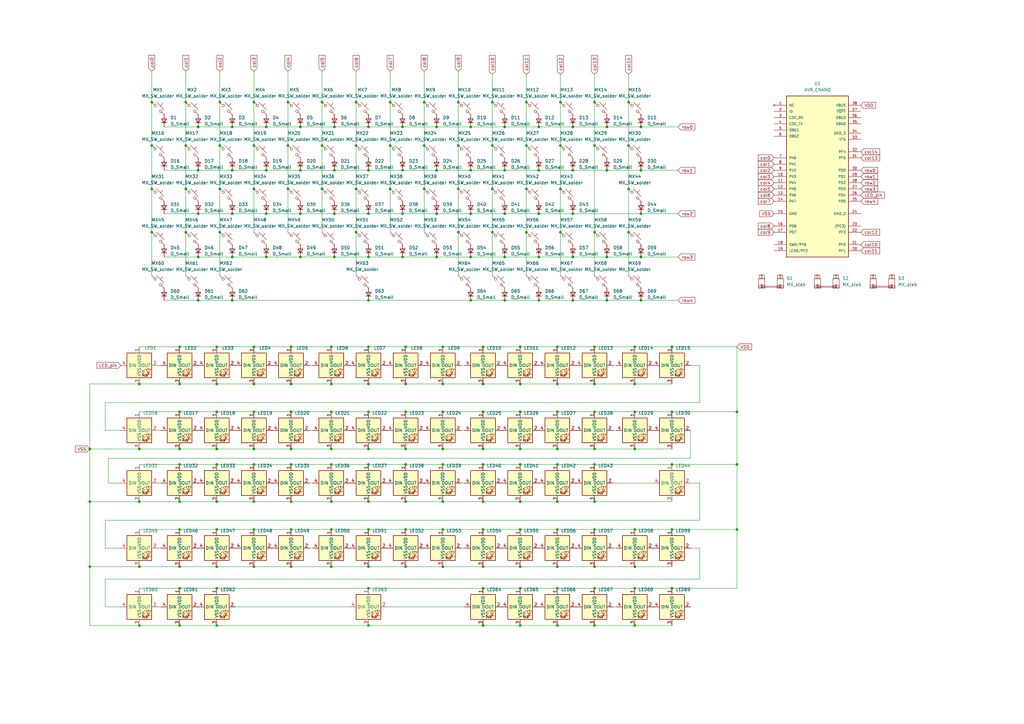
<source format=kicad_sch>
(kicad_sch (version 20231120) (generator "eeschema") (generator_version "8.0")
  (paper "A3")
  (junction (at 243.84 256.54))
  (junction (at 132.08 59.69))
  (junction (at 228.6 256.54))
  (junction (at 57.15 184.15))
  (junction (at 151.13 205.74))
  (junction (at 95.25 52.07))
  (junction (at 73.66 142.24))
  (junction (at 248.92 123.19))
  (junction (at 165.1 52.07))
  (junction (at 73.66 190.5))
  (junction (at 104.14 142.24))
  (junction (at 166.37 190.5))
  (junction (at 88.9 205.74))
  (junction (at 109.22 52.07))
  (junction (at 166.37 168.91))
  (junction (at 262.89 123.19))
  (junction (at 123.19 87.63))
  (junction (at 275.59 168.91))
  (junction (at 104.14 190.5))
  (junction (at 275.59 190.5))
  (junction (at 179.07 52.07))
  (junction (at 257.81 77.47))
  (junction (at 243.84 95.25))
  (junction (at 62.23 41.91))
  (junction (at 198.12 190.5))
  (junction (at 229.87 59.69))
  (junction (at 165.1 87.63))
  (junction (at 166.37 157.48))
  (junction (at 119.38 142.24))
  (junction (at 95.25 87.63))
  (junction (at 146.05 41.91))
  (junction (at 201.93 59.69))
  (junction (at 36.83 205.74))
  (junction (at 229.87 95.25))
  (junction (at 57.15 232.41))
  (junction (at 220.98 52.07))
  (junction (at 213.36 241.3))
  (junction (at 90.17 41.91))
  (junction (at 104.14 41.91))
  (junction (at 151.13 232.41))
  (junction (at 302.26 190.5))
  (junction (at 135.89 217.17))
  (junction (at 151.13 217.17))
  (junction (at 257.81 41.91))
  (junction (at 36.83 232.41))
  (junction (at 243.84 168.91))
  (junction (at 220.98 69.85))
  (junction (at 257.81 95.25))
  (junction (at 76.2 41.91))
  (junction (at 179.07 105.41))
  (junction (at 243.84 184.15))
  (junction (at 88.9 190.5))
  (junction (at 90.17 59.69))
  (junction (at 160.02 59.69))
  (junction (at 198.12 184.15))
  (junction (at 88.9 256.54))
  (junction (at 166.37 217.17))
  (junction (at 137.16 52.07))
  (junction (at 213.36 184.15))
  (junction (at 243.84 205.74))
  (junction (at 135.89 168.91))
  (junction (at 119.38 168.91))
  (junction (at 73.66 256.54))
  (junction (at 81.28 52.07))
  (junction (at 146.05 59.69))
  (junction (at 151.13 157.48))
  (junction (at 104.14 168.91))
  (junction (at 104.14 157.48))
  (junction (at 193.04 123.19))
  (junction (at 119.38 217.17))
  (junction (at 90.17 95.25))
  (junction (at 262.89 52.07))
  (junction (at 135.89 205.74))
  (junction (at 179.07 69.85))
  (junction (at 193.04 69.85))
  (junction (at 62.23 95.25))
  (junction (at 213.36 217.17))
  (junction (at 73.66 168.91))
  (junction (at 220.98 87.63))
  (junction (at 193.04 87.63))
  (junction (at 243.84 142.24))
  (junction (at 151.13 256.54))
  (junction (at 95.25 105.41))
  (junction (at 135.89 190.5))
  (junction (at 181.61 184.15))
  (junction (at 135.89 232.41))
  (junction (at 57.15 157.48))
  (junction (at 198.12 157.48))
  (junction (at 181.61 142.24))
  (junction (at 151.13 142.24))
  (junction (at 135.89 142.24))
  (junction (at 173.99 59.69))
  (junction (at 260.35 256.54))
  (junction (at 166.37 184.15))
  (junction (at 179.07 87.63))
  (junction (at 137.16 87.63))
  (junction (at 243.84 190.5))
  (junction (at 260.35 142.24))
  (junction (at 220.98 105.41))
  (junction (at 123.19 69.85))
  (junction (at 187.96 95.25))
  (junction (at 260.35 217.17))
  (junction (at 213.36 157.48))
  (junction (at 119.38 184.15))
  (junction (at 228.6 190.5))
  (junction (at 119.38 205.74))
  (junction (at 137.16 69.85))
  (junction (at 201.93 77.47))
  (junction (at 215.9 59.69))
  (junction (at 229.87 41.91))
  (junction (at 243.84 41.91))
  (junction (at 88.9 232.41))
  (junction (at 213.36 205.74))
  (junction (at 181.61 205.74))
  (junction (at 123.19 105.41))
  (junction (at 173.99 77.47))
  (junction (at 228.6 157.48))
  (junction (at 228.6 142.24))
  (junction (at 166.37 205.74))
  (junction (at 151.13 105.41))
  (junction (at 201.93 95.25))
  (junction (at 118.11 77.47))
  (junction (at 198.12 241.3))
  (junction (at 151.13 168.91))
  (junction (at 234.95 52.07))
  (junction (at 187.96 41.91))
  (junction (at 248.92 52.07))
  (junction (at 193.04 105.41))
  (junction (at 118.11 41.91))
  (junction (at 73.66 232.41))
  (junction (at 260.35 168.91))
  (junction (at 213.36 232.41))
  (junction (at 151.13 241.3))
  (junction (at 81.28 105.41))
  (junction (at 88.9 184.15))
  (junction (at 146.05 77.47))
  (junction (at 81.28 87.63))
  (junction (at 302.26 217.17))
  (junction (at 198.12 217.17))
  (junction (at 104.14 77.47))
  (junction (at 275.59 241.3))
  (junction (at 243.84 217.17))
  (junction (at 151.13 123.19))
  (junction (at 109.22 105.41))
  (junction (at 166.37 232.41))
  (junction (at 187.96 77.47))
  (junction (at 160.02 77.47))
  (junction (at 165.1 69.85))
  (junction (at 119.38 157.48))
  (junction (at 104.14 59.69))
  (junction (at 275.59 142.24))
  (junction (at 207.01 52.07))
  (junction (at 151.13 184.15))
  (junction (at 243.84 59.69))
  (junction (at 76.2 77.47))
  (junction (at 260.35 157.48))
  (junction (at 207.01 69.85))
  (junction (at 132.08 41.91))
  (junction (at 229.87 77.47))
  (junction (at 73.66 184.15))
  (junction (at 243.84 232.41))
  (junction (at 201.93 41.91))
  (junction (at 215.9 95.25))
  (junction (at 220.98 123.19))
  (junction (at 181.61 190.5))
  (junction (at 62.23 77.47))
  (junction (at 57.15 256.54))
  (junction (at 207.01 105.41))
  (junction (at 181.61 157.48))
  (junction (at 234.95 105.41))
  (junction (at 88.9 217.17))
  (junction (at 198.12 168.91))
  (junction (at 95.25 123.19))
  (junction (at 104.14 217.17))
  (junction (at 62.23 59.69))
  (junction (at 104.14 184.15))
  (junction (at 165.1 105.41))
  (junction (at 228.6 184.15))
  (junction (at 73.66 157.48))
  (junction (at 198.12 232.41))
  (junction (at 95.25 69.85))
  (junction (at 118.11 59.69))
  (junction (at 109.22 87.63))
  (junction (at 234.95 69.85))
  (junction (at 104.14 232.41))
  (junction (at 173.99 41.91))
  (junction (at 275.59 217.17))
  (junction (at 36.83 184.15))
  (junction (at 228.6 168.91))
  (junction (at 207.01 123.19))
  (junction (at 198.12 205.74))
  (junction (at 151.13 190.5))
  (junction (at 260.35 184.15))
  (junction (at 215.9 41.91))
  (junction (at 88.9 241.3))
  (junction (at 88.9 157.48))
  (junction (at 234.95 123.19))
  (junction (at 243.84 241.3))
  (junction (at 228.6 241.3))
  (junction (at 88.9 142.24))
  (junction (at 262.89 105.41))
  (junction (at 73.66 217.17))
  (junction (at 135.89 184.15))
  (junction (at 228.6 205.74))
  (junction (at 248.92 105.41))
  (junction (at 262.89 69.85))
  (junction (at 90.17 77.47))
  (junction (at 57.15 205.74))
  (junction (at 76.2 59.69))
  (junction (at 181.61 217.17))
  (junction (at 137.16 105.41))
  (junction (at 248.92 69.85))
  (junction (at 166.37 142.24))
  (junction (at 109.22 69.85))
  (junction (at 76.2 95.25))
  (junction (at 151.13 52.07))
  (junction (at 243.84 157.48))
  (junction (at 260.35 241.3))
  (junction (at 213.36 256.54))
  (junction (at 198.12 142.24))
  (junction (at 151.13 69.85))
  (junction (at 198.12 256.54))
  (junction (at 81.28 69.85))
  (junction (at 187.96 59.69))
  (junction (at 193.04 52.07))
  (junction (at 146.05 95.25))
  (junction (at 73.66 241.3))
  (junction (at 119.38 232.41))
  (junction (at 135.89 157.48))
  (junction (at 73.66 205.74))
  (junction (at 262.89 87.63))
  (junction (at 213.36 168.91))
  (junction (at 104.14 205.74))
  (junction (at 228.6 217.17))
  (junction (at 257.81 59.69))
  (junction (at 119.38 190.5))
  (junction (at 81.28 123.19))
  (junction (at 260.35 232.41))
  (junction (at 228.6 232.41))
  (junction (at 234.95 87.63))
  (junction (at 215.9 77.47))
  (junction (at 181.61 168.91))
  (junction (at 151.13 87.63))
  (junction (at 207.01 87.63))
  (junction (at 302.26 168.91))
  (junction (at 88.9 168.91))
  (junction (at 213.36 142.24))
  (junction (at 213.36 190.5))
  (junction (at 160.02 41.91))
  (junction (at 132.08 77.47))
  (junction (at 123.19 52.07))
  (junction (at 181.61 232.41))
  (wire (pts (xy 181.61 168.91) (xy 198.12 168.91)))
  (wire (pts (xy 215.9 59.69) (xy 215.9 77.47)))
  (wire (pts (xy 165.1 69.85) (xy 179.07 69.85)))
  (wire (pts (xy 137.16 69.85) (xy 151.13 69.85)))
  (wire (pts (xy 123.19 105.41) (xy 137.16 105.41)))
  (wire (pts (xy 248.92 52.07) (xy 262.89 52.07)))
  (wire (pts (xy 198.12 142.24) (xy 213.36 142.24)))
  (wire (pts (xy 198.12 232.41) (xy 181.61 232.41)))
  (wire (pts (xy 151.13 123.19) (xy 193.04 123.19)))
  (wire (pts (xy 57.15 168.91) (xy 73.66 168.91)))
  (wire (pts (xy 166.37 205.74) (xy 151.13 205.74)))
  (wire (pts (xy 283.21 187.96) (xy 44.45 187.96)))
  (wire (pts (xy 81.28 69.85) (xy 95.25 69.85)))
  (wire (pts (xy 67.31 87.63) (xy 81.28 87.63)))
  (wire (pts (xy 243.84 184.15) (xy 260.35 184.15)))
  (wire (pts (xy 166.37 190.5) (xy 181.61 190.5)))
  (wire (pts (xy 243.84 241.3) (xy 260.35 241.3)))
  (wire (pts (xy 187.96 29.21) (xy 187.96 41.91)))
  (wire (pts (xy 198.12 241.3) (xy 213.36 241.3)))
  (wire (pts (xy 76.2 59.69) (xy 76.2 77.47)))
  (wire (pts (xy 187.96 77.47) (xy 187.96 95.25)))
  (wire (pts (xy 64.77 149.86) (xy 66.04 149.86)))
  (wire (pts (xy 228.6 142.24) (xy 243.84 142.24)))
  (wire (pts (xy 151.13 205.74) (xy 135.89 205.74)))
  (wire (pts (xy 119.38 184.15) (xy 135.89 184.15)))
  (wire (pts (xy 73.66 157.48) (xy 88.9 157.48)))
  (wire (pts (xy 104.14 168.91) (xy 119.38 168.91)))
  (wire (pts (xy 57.15 205.74) (xy 36.83 205.74)))
  (wire (pts (xy 49.53 176.53) (xy 43.18 176.53)))
  (wire (pts (xy 179.07 69.85) (xy 193.04 69.85)))
  (wire (pts (xy 302.26 217.17) (xy 302.26 241.3)))
  (wire (pts (xy 198.12 184.15) (xy 213.36 184.15)))
  (wire (pts (xy 201.93 77.47) (xy 201.93 95.25)))
  (wire (pts (xy 90.17 59.69) (xy 90.17 77.47)))
  (wire (pts (xy 248.92 123.19) (xy 262.89 123.19)))
  (wire (pts (xy 198.12 190.5) (xy 213.36 190.5)))
  (wire (pts (xy 62.23 59.69) (xy 62.23 77.47)))
  (wire (pts (xy 36.83 184.15) (xy 57.15 184.15)))
  (wire (pts (xy 95.25 123.19) (xy 151.13 123.19)))
  (wire (pts (xy 49.53 248.92) (xy 43.18 248.92)))
  (wire (pts (xy 88.9 157.48) (xy 104.14 157.48)))
  (wire (pts (xy 118.11 29.21) (xy 118.11 41.91)))
  (wire (pts (xy 234.95 123.19) (xy 248.92 123.19)))
  (wire (pts (xy 228.6 205.74) (xy 213.36 205.74)))
  (wire (pts (xy 193.04 87.63) (xy 207.01 87.63)))
  (wire (pts (xy 287.02 224.79) (xy 283.21 224.79)))
  (wire (pts (xy 43.18 176.53) (xy 43.18 165.1)))
  (wire (pts (xy 198.12 168.91) (xy 213.36 168.91)))
  (wire (pts (xy 88.9 190.5) (xy 104.14 190.5)))
  (wire (pts (xy 119.38 142.24) (xy 135.89 142.24)))
  (wire (pts (xy 90.17 29.21) (xy 90.17 41.91)))
  (wire (pts (xy 165.1 87.63) (xy 179.07 87.63)))
  (wire (pts (xy 73.66 232.41) (xy 57.15 232.41)))
  (wire (pts (xy 213.36 184.15) (xy 228.6 184.15)))
  (wire (pts (xy 198.12 157.48) (xy 213.36 157.48)))
  (wire (pts (xy 251.46 224.79) (xy 252.73 224.79)))
  (wire (pts (xy 213.36 241.3) (xy 228.6 241.3)))
  (wire (pts (xy 243.84 59.69) (xy 243.84 95.25)))
  (wire (pts (xy 127 198.12) (xy 128.27 198.12)))
  (wire (pts (xy 229.87 77.47) (xy 229.87 95.25)))
  (wire (pts (xy 179.07 105.41) (xy 193.04 105.41)))
  (wire (pts (xy 104.14 217.17) (xy 119.38 217.17)))
  (wire (pts (xy 173.99 59.69) (xy 173.99 77.47)))
  (wire (pts (xy 44.45 187.96) (xy 44.45 198.12)))
  (wire (pts (xy 90.17 41.91) (xy 90.17 59.69)))
  (wire (pts (xy 207.01 52.07) (xy 220.98 52.07)))
  (wire (pts (xy 207.01 69.85) (xy 220.98 69.85)))
  (wire (pts (xy 220.98 69.85) (xy 234.95 69.85)))
  (wire (pts (xy 127 176.53) (xy 128.27 176.53)))
  (wire (pts (xy 90.17 95.25) (xy 90.17 113.03)))
  (wire (pts (xy 76.2 29.21) (xy 76.2 41.91)))
  (wire (pts (xy 201.93 59.69) (xy 201.93 77.47)))
  (wire (pts (xy 118.11 59.69) (xy 118.11 77.47)))
  (wire (pts (xy 88.9 142.24) (xy 104.14 142.24)))
  (wire (pts (xy 36.83 232.41) (xy 36.83 205.74)))
  (wire (pts (xy 43.18 213.36) (xy 287.02 213.36)))
  (wire (pts (xy 146.05 95.25) (xy 146.05 113.03)))
  (wire (pts (xy 198.12 217.17) (xy 213.36 217.17)))
  (wire (pts (xy 275.59 205.74) (xy 243.84 205.74)))
  (wire (pts (xy 229.87 30.48) (xy 229.87 41.91)))
  (wire (pts (xy 228.6 256.54) (xy 213.36 256.54)))
  (wire (pts (xy 181.61 217.17) (xy 198.12 217.17)))
  (wire (pts (xy 215.9 41.91) (xy 215.9 59.69)))
  (wire (pts (xy 243.84 217.17) (xy 260.35 217.17)))
  (wire (pts (xy 248.92 105.41) (xy 262.89 105.41)))
  (wire (pts (xy 49.53 224.79) (xy 43.18 224.79)))
  (wire (pts (xy 179.07 52.07) (xy 193.04 52.07)))
  (wire (pts (xy 109.22 87.63) (xy 123.19 87.63)))
  (wire (pts (xy 181.61 205.74) (xy 166.37 205.74)))
  (wire (pts (xy 132.08 59.69) (xy 132.08 77.47)))
  (wire (pts (xy 229.87 41.91) (xy 229.87 59.69)))
  (wire (pts (xy 151.13 190.5) (xy 166.37 190.5)))
  (wire (pts (xy 109.22 69.85) (xy 123.19 69.85)))
  (wire (pts (xy 229.87 59.69) (xy 229.87 77.47)))
  (wire (pts (xy 57.15 217.17) (xy 73.66 217.17)))
  (wire (pts (xy 104.14 157.48) (xy 119.38 157.48)))
  (wire (pts (xy 104.14 232.41) (xy 88.9 232.41)))
  (wire (pts (xy 243.84 190.5) (xy 275.59 190.5)))
  (wire (pts (xy 127 224.79) (xy 128.27 224.79)))
  (wire (pts (xy 228.6 217.17) (xy 243.84 217.17)))
  (wire (pts (xy 43.18 165.1) (xy 287.02 165.1)))
  (wire (pts (xy 137.16 105.41) (xy 151.13 105.41)))
  (wire (pts (xy 57.15 157.48) (xy 73.66 157.48)))
  (wire (pts (xy 181.61 157.48) (xy 198.12 157.48)))
  (wire (pts (xy 135.89 168.91) (xy 151.13 168.91)))
  (wire (pts (xy 220.98 123.19) (xy 234.95 123.19)))
  (wire (pts (xy 158.75 248.92) (xy 190.5 248.92)))
  (wire (pts (xy 73.66 142.24) (xy 88.9 142.24)))
  (wire (pts (xy 109.22 52.07) (xy 123.19 52.07)))
  (wire (pts (xy 67.31 105.41) (xy 81.28 105.41)))
  (wire (pts (xy 73.66 168.91) (xy 88.9 168.91)))
  (wire (pts (xy 215.9 95.25) (xy 215.9 113.03)))
  (wire (pts (xy 257.81 77.47) (xy 257.81 95.25)))
  (wire (pts (xy 132.08 29.21) (xy 132.08 41.91)))
  (wire (pts (xy 67.31 69.85) (xy 81.28 69.85)))
  (wire (pts (xy 146.05 41.91) (xy 146.05 59.69)))
  (wire (pts (xy 135.89 157.48) (xy 151.13 157.48)))
  (wire (pts (xy 151.13 217.17) (xy 166.37 217.17)))
  (wire (pts (xy 151.13 69.85) (xy 165.1 69.85)))
  (wire (pts (xy 88.9 217.17) (xy 104.14 217.17)))
  (wire (pts (xy 96.52 248.92) (xy 143.51 248.92)))
  (wire (pts (xy 283.21 149.86) (xy 287.02 149.86)))
  (wire (pts (xy 81.28 123.19) (xy 95.25 123.19)))
  (wire (pts (xy 287.02 213.36) (xy 287.02 198.12)))
  (wire (pts (xy 189.23 224.79) (xy 190.5 224.79)))
  (wire (pts (xy 109.22 105.41) (xy 123.19 105.41)))
  (wire (pts (xy 275.59 217.17) (xy 302.26 217.17)))
  (wire (pts (xy 234.95 69.85) (xy 248.92 69.85)))
  (wire (pts (xy 73.66 184.15) (xy 88.9 184.15)))
  (wire (pts (xy 262.89 123.19) (xy 278.13 123.19)))
  (wire (pts (xy 151.13 142.24) (xy 166.37 142.24)))
  (wire (pts (xy 73.66 241.3) (xy 88.9 241.3)))
  (wire (pts (xy 165.1 105.41) (xy 179.07 105.41)))
  (wire (pts (xy 137.16 87.63) (xy 151.13 87.63)))
  (wire (pts (xy 119.38 168.91) (xy 135.89 168.91)))
  (wire (pts (xy 283.21 176.53) (xy 283.21 187.96)))
  (wire (pts (xy 251.46 198.12) (xy 267.97 198.12)))
  (wire (pts (xy 151.13 168.91) (xy 166.37 168.91)))
  (wire (pts (xy 81.28 87.63) (xy 95.25 87.63)))
  (wire (pts (xy 213.36 256.54) (xy 198.12 256.54)))
  (wire (pts (xy 243.84 30.48) (xy 243.84 41.91)))
  (wire (pts (xy 189.23 149.86) (xy 190.5 149.86)))
  (wire (pts (xy 260.35 168.91) (xy 275.59 168.91)))
  (wire (pts (xy 76.2 41.91) (xy 76.2 59.69)))
  (wire (pts (xy 243.84 256.54) (xy 228.6 256.54)))
  (wire (pts (xy 146.05 59.69) (xy 146.05 77.47)))
  (wire (pts (xy 88.9 205.74) (xy 73.66 205.74)))
  (wire (pts (xy 275.59 256.54) (xy 260.35 256.54)))
  (wire (pts (xy 44.45 198.12) (xy 49.53 198.12)))
  (wire (pts (xy 201.93 41.91) (xy 201.93 59.69)))
  (wire (pts (xy 173.99 77.47) (xy 173.99 95.25)))
  (wire (pts (xy 43.18 248.92) (xy 43.18 237.49)))
  (wire (pts (xy 88.9 184.15) (xy 104.14 184.15)))
  (wire (pts (xy 189.23 176.53) (xy 190.5 176.53)))
  (wire (pts (xy 57.15 142.24) (xy 73.66 142.24)))
  (wire (pts (xy 123.19 69.85) (xy 137.16 69.85)))
  (wire (pts (xy 220.98 52.07) (xy 234.95 52.07)))
  (wire (pts (xy 62.23 29.21) (xy 62.23 41.91)))
  (wire (pts (xy 64.77 224.79) (xy 66.04 224.79)))
  (wire (pts (xy 302.26 190.5) (xy 302.26 217.17)))
  (wire (pts (xy 73.66 190.5) (xy 88.9 190.5)))
  (wire (pts (xy 228.6 232.41) (xy 213.36 232.41)))
  (wire (pts (xy 215.9 77.47) (xy 215.9 95.25)))
  (wire (pts (xy 166.37 232.41) (xy 151.13 232.41)))
  (wire (pts (xy 137.16 52.07) (xy 151.13 52.07)))
  (wire (pts (xy 151.13 256.54) (xy 88.9 256.54)))
  (wire (pts (xy 187.96 59.69) (xy 187.96 77.47)))
  (wire (pts (xy 173.99 29.21) (xy 173.99 41.91)))
  (wire (pts (xy 57.15 256.54) (xy 36.83 256.54)))
  (wire (pts (xy 160.02 29.21) (xy 160.02 41.91)))
  (wire (pts (xy 104.14 41.91) (xy 104.14 59.69)))
  (wire (pts (xy 119.38 205.74) (xy 104.14 205.74)))
  (wire (pts (xy 198.12 205.74) (xy 181.61 205.74)))
  (wire (pts (xy 207.01 105.41) (xy 220.98 105.41)))
  (wire (pts (xy 275.59 232.41) (xy 260.35 232.41)))
  (wire (pts (xy 151.13 87.63) (xy 165.1 87.63)))
  (wire (pts (xy 262.89 69.85) (xy 278.13 69.85)))
  (wire (pts (xy 118.11 41.91) (xy 118.11 59.69)))
  (wire (pts (xy 123.19 52.07) (xy 137.16 52.07)))
  (wire (pts (xy 213.36 232.41) (xy 198.12 232.41)))
  (wire (pts (xy 228.6 184.15) (xy 243.84 184.15)))
  (wire (pts (xy 215.9 30.48) (xy 215.9 41.91)))
  (wire (pts (xy 135.89 190.5) (xy 151.13 190.5)))
  (wire (pts (xy 132.08 77.47) (xy 132.08 95.25)))
  (wire (pts (xy 251.46 176.53) (xy 252.73 176.53)))
  (wire (pts (xy 179.07 87.63) (xy 193.04 87.63)))
  (wire (pts (xy 135.89 205.74) (xy 119.38 205.74)))
  (wire (pts (xy 166.37 184.15) (xy 181.61 184.15)))
  (wire (pts (xy 119.38 232.41) (xy 104.14 232.41)))
  (wire (pts (xy 104.14 184.15) (xy 119.38 184.15)))
  (wire (pts (xy 57.15 190.5) (xy 73.66 190.5)))
  (wire (pts (xy 104.14 59.69) (xy 104.14 77.47)))
  (wire (pts (xy 57.15 241.3) (xy 73.66 241.3)))
  (wire (pts (xy 62.23 77.47) (xy 62.23 95.25)))
  (wire (pts (xy 262.89 52.07) (xy 278.13 52.07)))
  (wire (pts (xy 187.96 95.25) (xy 187.96 113.03)))
  (wire (pts (xy 67.31 123.19) (xy 81.28 123.19)))
  (wire (pts (xy 95.25 105.41) (xy 109.22 105.41)))
  (wire (pts (xy 189.23 198.12) (xy 190.5 198.12)))
  (wire (pts (xy 151.13 52.07) (xy 165.1 52.07)))
  (wire (pts (xy 36.83 184.15) (xy 36.83 205.74)))
  (wire (pts (xy 160.02 41.91) (xy 160.02 59.69)))
  (wire (pts (xy 193.04 69.85) (xy 207.01 69.85)))
  (wire (pts (xy 228.6 157.48) (xy 243.84 157.48)))
  (wire (pts (xy 213.36 190.5) (xy 228.6 190.5)))
  (wire (pts (xy 257.81 30.48) (xy 257.81 41.91)))
  (wire (pts (xy 127 149.86) (xy 128.27 149.86)))
  (wire (pts (xy 104.14 190.5) (xy 119.38 190.5)))
  (wire (pts (xy 234.95 52.07) (xy 248.92 52.07)))
  (wire (pts (xy 193.04 123.19) (xy 207.01 123.19)))
  (wire (pts (xy 260.35 256.54) (xy 243.84 256.54)))
  (wire (pts (xy 228.6 190.5) (xy 243.84 190.5)))
  (wire (pts (xy 251.46 149.86) (xy 252.73 149.86)))
  (wire (pts (xy 260.35 157.48) (xy 275.59 157.48)))
  (wire (pts (xy 229.87 95.25) (xy 229.87 113.03)))
  (wire (pts (xy 262.89 105.41) (xy 278.13 105.41)))
  (wire (pts (xy 73.66 256.54) (xy 57.15 256.54)))
  (wire (pts (xy 123.19 87.63) (xy 137.16 87.63)))
  (wire (pts (xy 243.84 157.48) (xy 260.35 157.48)))
  (wire (pts (xy 193.04 52.07) (xy 207.01 52.07)))
  (wire (pts (xy 287.02 165.1) (xy 287.02 149.86)))
  (wire (pts (xy 88.9 256.54) (xy 73.66 256.54)))
  (wire (pts (xy 243.84 142.24) (xy 260.35 142.24)))
  (wire (pts (xy 228.6 241.3) (xy 243.84 241.3)))
  (wire (pts (xy 104.14 205.74) (xy 88.9 205.74)))
  (wire (pts (xy 95.25 52.07) (xy 109.22 52.07)))
  (wire (pts (xy 166.37 142.24) (xy 181.61 142.24)))
  (wire (pts (xy 135.89 217.17) (xy 151.13 217.17)))
  (wire (pts (xy 104.14 29.21) (xy 104.14 41.91)))
  (wire (pts (xy 201.93 95.25) (xy 201.93 113.03)))
  (wire (pts (xy 62.23 95.25) (xy 62.23 113.03)))
  (wire (pts (xy 81.28 105.41) (xy 95.25 105.41)))
  (wire (pts (xy 243.84 95.25) (xy 243.84 113.03)))
  (wire (pts (xy 302.26 142.24) (xy 302.26 168.91)))
  (wire (pts (xy 257.81 95.25) (xy 257.81 113.03)))
  (wire (pts (xy 181.61 184.15) (xy 198.12 184.15)))
  (wire (pts (xy 275.59 142.24) (xy 302.26 142.24)))
  (wire (pts (xy 207.01 123.19) (xy 220.98 123.19)))
  (wire (pts (xy 181.61 190.5) (xy 198.12 190.5)))
  (wire (pts (xy 251.46 248.92) (xy 252.73 248.92)))
  (wire (pts (xy 260.35 241.3) (xy 275.59 241.3)))
  (wire (pts (xy 201.93 30.48) (xy 201.93 41.91)))
  (wire (pts (xy 234.95 87.63) (xy 262.89 87.63)))
  (wire (pts (xy 248.92 69.85) (xy 262.89 69.85)))
  (wire (pts (xy 73.66 205.74) (xy 57.15 205.74)))
  (wire (pts (xy 275.59 241.3) (xy 302.26 241.3)))
  (wire (pts (xy 88.9 232.41) (xy 73.66 232.41)))
  (wire (pts (xy 260.35 142.24) (xy 275.59 142.24)))
  (wire (pts (xy 62.23 41.91) (xy 62.23 59.69)))
  (wire (pts (xy 151.13 105.41) (xy 165.1 105.41)))
  (wire (pts (xy 181.61 142.24) (xy 198.12 142.24)))
  (wire (pts (xy 243.84 41.91) (xy 243.84 59.69)))
  (wire (pts (xy 88.9 168.91) (xy 104.14 168.91)))
  (wire (pts (xy 151.13 184.15) (xy 166.37 184.15)))
  (wire (pts (xy 64.77 198.12) (xy 66.04 198.12)))
  (wire (pts (xy 207.01 87.63) (xy 220.98 87.63)))
  (wire (pts (xy 151.13 241.3) (xy 198.12 241.3)))
  (wire (pts (xy 193.04 105.41) (xy 207.01 105.41)))
  (wire (pts (xy 213.36 205.74) (xy 198.12 205.74)))
  (wire (pts (xy 135.89 142.24) (xy 151.13 142.24)))
  (wire (pts (xy 76.2 77.47) (xy 76.2 95.25)))
  (wire (pts (xy 302.26 168.91) (xy 275.59 168.91)))
  (wire (pts (xy 166.37 157.48) (xy 181.61 157.48)))
  (wire (pts (xy 90.17 77.47) (xy 90.17 95.25)))
  (wire (pts (xy 160.02 59.69) (xy 160.02 77.47)))
  (wire (pts (xy 151.13 232.41) (xy 135.89 232.41)))
  (wire (pts (xy 220.98 105.41) (xy 234.95 105.41)))
  (wire (pts (xy 213.36 168.91) (xy 228.6 168.91)))
  (wire (pts (xy 104.14 142.24) (xy 119.38 142.24)))
  (wire (pts (xy 234.95 105.41) (xy 248.92 105.41)))
  (wire (pts (xy 228.6 168.91) (xy 243.84 168.91)))
  (wire (pts (xy 243.84 168.91) (xy 260.35 168.91)))
  (wire (pts (xy 67.31 52.07) (xy 81.28 52.07)))
  (wire (pts (xy 198.12 256.54) (xy 151.13 256.54)))
  (wire (pts (xy 260.35 232.41) (xy 243.84 232.41)))
  (wire (pts (xy 287.02 237.49) (xy 287.02 224.79)))
  (wire (pts (xy 36.83 157.48) (xy 36.83 184.15)))
  (wire (pts (xy 173.99 41.91) (xy 173.99 59.69)))
  (wire (pts (xy 275.59 190.5) (xy 302.26 190.5)))
  (wire (pts (xy 119.38 157.48) (xy 135.89 157.48)))
  (wire (pts (xy 135.89 184.15) (xy 151.13 184.15)))
  (wire (pts (xy 57.15 184.15) (xy 73.66 184.15)))
  (wire (pts (xy 302.26 190.5) (xy 302.26 168.91)))
  (wire (pts (xy 135.89 232.41) (xy 119.38 232.41)))
  (wire (pts (xy 73.66 217.17) (xy 88.9 217.17)))
  (wire (pts (xy 118.11 77.47) (xy 118.11 95.25)))
  (wire (pts (xy 260.35 217.17) (xy 275.59 217.17)))
  (wire (pts (xy 104.14 77.47) (xy 104.14 95.25)))
  (wire (pts (xy 95.25 87.63) (xy 109.22 87.63)))
  (wire (pts (xy 36.83 256.54) (xy 36.83 232.41)))
  (wire (pts (xy 213.36 157.48) (xy 228.6 157.48)))
  (wire (pts (xy 213.36 142.24) (xy 228.6 142.24)))
  (wire (pts (xy 43.18 237.49) (xy 287.02 237.49)))
  (wire (pts (xy 243.84 205.74) (xy 228.6 205.74)))
  (wire (pts (xy 243.84 232.41) (xy 228.6 232.41)))
  (wire (pts (xy 187.96 41.91) (xy 187.96 59.69)))
  (wire (pts (xy 76.2 95.25) (xy 76.2 113.03)))
  (wire (pts (xy 146.05 77.47) (xy 146.05 95.25)))
  (wire (pts (xy 166.37 168.91) (xy 181.61 168.91)))
  (wire (pts (xy 64.77 248.92) (xy 66.04 248.92)))
  (wire (pts (xy 36.83 157.48) (xy 57.15 157.48)))
  (wire (pts (xy 213.36 217.17) (xy 228.6 217.17)))
  (wire (pts (xy 88.9 241.3) (xy 151.13 241.3)))
  (wire (pts (xy 146.05 29.21) (xy 146.05 41.91)))
  (wire (pts (xy 257.81 41.91) (xy 257.81 59.69)))
  (wire (pts (xy 220.98 87.63) (xy 234.95 87.63)))
  (wire (pts (xy 119.38 190.5) (xy 135.89 190.5)))
  (wire (pts (xy 81.28 52.07) (xy 95.25 52.07)))
  (wire (pts (xy 260.35 184.15) (xy 275.59 184.15)))
  (wire (pts (xy 151.13 157.48) (xy 166.37 157.48)))
  (wire (pts (xy 95.25 69.85) (xy 109.22 69.85)))
  (wire (pts (xy 132.08 41.91) (xy 132.08 59.69)))
  (wire (pts (xy 119.38 217.17) (xy 135.89 217.17)))
  (wire (pts (xy 166.37 217.17) (xy 181.61 217.17)))
  (wire (pts (xy 64.77 176.53) (xy 66.04 176.53)))
  (wire (pts (xy 57.15 232.41) (xy 36.83 232.41)))
  (wire (pts (xy 257.81 59.69) (xy 257.81 77.47)))
  (wire (pts (xy 160.02 77.47) (xy 160.02 95.25)))
  (wire (pts (xy 43.18 224.79) (xy 43.18 213.36)))
  (wire (pts (xy 283.21 198.12) (xy 287.02 198.12)))
  (wire (pts (xy 165.1 52.07) (xy 179.07 52.07)))
  (wire (pts (xy 262.89 87.63) (xy 278.13 87.63)))
  (wire (pts (xy 181.61 232.41) (xy 166.37 232.41)))
  (global_label "col7" (shape input) (at 160.02 29.21 90) (property "Intersheetrefs" "${INTERSHEET_REFS}" (effects (hide yes))))
  (global_label "col11" (shape input) (at 353.06 102.87 0) (property "Intersheetrefs" "${INTERSHEET_REFS}" (effects (hide yes))))
  (global_label "col0" (shape input) (at 317.5 64.77 180) (property "Intersheetrefs" "${INTERSHEET_REFS}" (effects (hide yes))))
  (global_label "col13" (shape input) (at 243.84 30.48 90) (property "Intersheetrefs" "${INTERSHEET_REFS}" (effects (hide yes))))
  (global_label "col3" (shape input) (at 317.5 72.39 180) (property "Intersheetrefs" "${INTERSHEET_REFS}" (effects (hide yes))))
  (global_label "row4" (shape input) (at 278.13 123.19 0) (property "Intersheetrefs" "${INTERSHEET_REFS}" (effects (hide yes))))
  (global_label "col6" (shape input) (at 317.5 80.01 180) (property "Intersheetrefs" "${INTERSHEET_REFS}" (effects (hide yes))))
  (global_label "LED_pin" (shape input) (at 49.53 149.86 180) (property "Intersheetrefs" "${INTERSHEET_REFS}" (effects (hide yes))))
  (global_label "LED_pin" (shape input) (at 353.06 80.01 0) (property "Intersheetrefs" "${INTERSHEET_REFS}" (effects (hide yes))))
  (global_label "col2" (shape input) (at 317.5 69.85 180) (property "Intersheetrefs" "${INTERSHEET_REFS}" (effects (hide yes))))
  (global_label "col3" (shape input) (at 104.14 29.21 90) (property "Intersheetrefs" "${INTERSHEET_REFS}" (effects (hide yes))))
  (global_label "col4" (shape input) (at 118.11 29.21 90) (property "Intersheetrefs" "${INTERSHEET_REFS}" (effects (hide yes))))
  (global_label "col10" (shape input) (at 201.93 30.48 90) (property "Intersheetrefs" "${INTERSHEET_REFS}" (effects (hide yes))))
  (global_label "col12" (shape input) (at 229.87 30.48 90) (property "Intersheetrefs" "${INTERSHEET_REFS}" (effects (hide yes))))
  (global_label "col9" (shape input) (at 317.5 95.25 180) (property "Intersheetrefs" "${INTERSHEET_REFS}" (effects (hide yes))))
  (global_label "col5" (shape input) (at 132.08 29.21 90) (property "Intersheetrefs" "${INTERSHEET_REFS}" (effects (hide yes))))
  (global_label "col11" (shape input) (at 215.9 30.48 90) (property "Intersheetrefs" "${INTERSHEET_REFS}" (effects (hide yes))))
  (global_label "col8" (shape input) (at 173.99 29.21 90) (property "Intersheetrefs" "${INTERSHEET_REFS}" (effects (hide yes))))
  (global_label "VDD" (shape input) (at 353.06 43.18 0) (property "Intersheetrefs" "${INTERSHEET_REFS}" (effects (hide yes))))
  (global_label "col8" (shape input) (at 317.5 92.71 180) (property "Intersheetrefs" "${INTERSHEET_REFS}" (effects (hide yes))))
  (global_label "col1" (shape input) (at 317.5 67.31 180) (property "Intersheetrefs" "${INTERSHEET_REFS}" (effects (hide yes))))
  (global_label "row1" (shape input) (at 278.13 69.85 0) (property "Intersheetrefs" "${INTERSHEET_REFS}" (effects (hide yes))))
  (global_label "col12" (shape input) (at 353.06 95.25 0) (property "Intersheetrefs" "${INTERSHEET_REFS}" (effects (hide yes))))
  (global_label "col4" (shape input) (at 317.5 74.93 180) (property "Intersheetrefs" "${INTERSHEET_REFS}" (effects (hide yes))))
  (global_label "VSS" (shape input) (at 317.5 87.63 180) (property "Intersheetrefs" "${INTERSHEET_REFS}" (effects (hide yes))))
  (global_label "col5" (shape input) (at 317.5 77.47 180) (property "Intersheetrefs" "${INTERSHEET_REFS}" (effects (hide yes))))
  (global_label "row1" (shape input) (at 353.06 72.39 0) (property "Intersheetrefs" "${INTERSHEET_REFS}" (effects (hide yes))))
  (global_label "col10" (shape input) (at 353.06 100.33 0) (property "Intersheetrefs" "${INTERSHEET_REFS}" (effects (hide yes))))
  (global_label "col9" (shape input) (at 187.96 29.21 90) (property "Intersheetrefs" "${INTERSHEET_REFS}" (effects (hide yes))))
  (global_label "VDD" (shape input) (at 302.26 142.24 0) (property "Intersheetrefs" "${INTERSHEET_REFS}" (effects (hide yes))))
  (global_label "col0" (shape input) (at 62.23 29.21 90) (property "Intersheetrefs" "${INTERSHEET_REFS}" (effects (hide yes))))
  (global_label "row3" (shape input) (at 353.06 77.47 0) (property "Intersheetrefs" "${INTERSHEET_REFS}" (effects (hide yes))))
  (global_label "col2" (shape input) (at 90.17 29.21 90) (property "Intersheetrefs" "${INTERSHEET_REFS}" (effects (hide yes))))
  (global_label "col14" (shape input) (at 257.81 30.48 90) (property "Intersheetrefs" "${INTERSHEET_REFS}" (effects (hide yes))))
  (global_label "col13" (shape input) (at 353.06 64.77 0) (property "Intersheetrefs" "${INTERSHEET_REFS}" (effects (hide yes))))
  (global_label "VSS" (shape input) (at 36.83 184.15 180) (property "Intersheetrefs" "${INTERSHEET_REFS}" (effects (hide yes))))
  (global_label "row3" (shape input) (at 278.13 105.41 0) (property "Intersheetrefs" "${INTERSHEET_REFS}" (effects (hide yes))))
  (global_label "col7" (shape input) (at 317.5 82.55 180) (property "Intersheetrefs" "${INTERSHEET_REFS}" (effects (hide yes))))
  (global_label "row4" (shape input) (at 353.06 82.55 0) (property "Intersheetrefs" "${INTERSHEET_REFS}" (effects (hide yes))))
  (global_label "row0" (shape input) (at 278.13 52.07 0) (property "Intersheetrefs" "${INTERSHEET_REFS}" (effects (hide yes))))
  (global_label "col14" (shape input) (at 353.06 62.23 0) (property "Intersheetrefs" "${INTERSHEET_REFS}" (effects (hide yes))))
  (global_label "row2" (shape input) (at 278.13 87.63 0) (property "Intersheetrefs" "${INTERSHEET_REFS}" (effects (hide yes))))
  (global_label "col6" (shape input) (at 146.05 29.21 90) (property "Intersheetrefs" "${INTERSHEET_REFS}" (effects (hide yes))))
  (global_label "row0" (shape input) (at 353.06 69.85 0) (property "Intersheetrefs" "${INTERSHEET_REFS}" (effects (hide yes))))
  (global_label "row2" (shape input) (at 353.06 74.93 0) (property "Intersheetrefs" "${INTERSHEET_REFS}" (effects (hide yes))))
  (global_label "col1" (shape input) (at 76.2 29.21 90) (property "Intersheetrefs" "${INTERSHEET_REFS}" (effects (hide yes))))
  (symbol (lib_id "marbastlib-mx:MX_SW_solder") (at 190.5 62.23 0) (unit 1)
    (property "Reference" "MX25" (at 190.5 54.61 0))
    (property "Value" "MX_SW_solder" (at 190.5 57.15 0))
    (property "Footprint" "marbastlib-mx:SW_MX_1u" (effects (hide yes)))
    (property "Description" "Push button switch, normally open, two pins, 45° tilted" (effects (hide yes)))
  )
  (symbol (lib_id "marbastlib-various:SK6812MINI-E") (at 135.89 198.12 0) (unit 1)
    (property "Reference" "LED36" (at 140.462 191.008 0))
    (property "Value" "SK6812MINI-E" (effects (hide yes)))
    (property "Footprint" "extra:SK6812-MINI-E" (effects (hide yes)))
    (property "Description" "Reverse mount adressable LED (WS2812 protocol)" (effects (hide yes)))
  )
  (symbol (lib_id "Device:D_Small") (at 123.19 49.53 90) (unit 1)
    (property "Reference" "D5" (at 125.73 48.2599 90) (effects (justify right)))
    (property "Value" "D_Small" (at 125.73 50.7999 90) (effects (justify right)))
    (property "Footprint" "Diode_THT:D_DO-35_SOD27_P5.08mm_Vertical_AnodeUp" (effects (hide yes)))
    (property "Description" "Diode, small symbol" (effects (hide yes)))
    (property "Sim.Device" "D" (effects (hide yes)))
    (property "Sim.Pins" "1=K 2=A" (effects (hide yes)))
  )
  (symbol (lib_id "marbastlib-various:SK6812MINI-E") (at 135.89 149.86 0) (unit 1)
    (property "Reference" "LED6" (at 140.462 142.748 0))
    (property "Value" "SK6812MINI-E" (effects (hide yes)))
    (property "Footprint" "extra:SK6812-MINI-E" (effects (hide yes)))
    (property "Description" "Reverse mount adressable LED (WS2812 protocol)" (effects (hide yes)))
  )
  (symbol (lib_id "marbastlib-mx:MX_SW_solder") (at 92.71 62.23 0) (unit 1)
    (property "Reference" "MX18" (at 92.71 54.61 0))
    (property "Value" "MX_SW_solder" (at 92.71 57.15 0))
    (property "Footprint" "marbastlib-mx:SW_MX_1u" (effects (hide yes)))
    (property "Description" "Push button switch, normally open, two pins, 45° tilted" (effects (hide yes)))
  )
  (symbol (lib_id "marbastlib-mx:MX_SW_solder") (at 204.47 97.79 0) (unit 1)
    (property "Reference" "MX55" (at 204.47 90.17 0))
    (property "Value" "MX_SW_solder" (at 204.47 92.71 0))
    (property "Footprint" "marbastlib-mx:SW_MX_1u" (effects (hide yes)))
    (property "Description" "Push button switch, normally open, two pins, 45° tilted" (effects (hide yes)))
  )
  (symbol (lib_id "marbastlib-mx:MX_SW_solder") (at 134.62 62.23 0) (unit 1)
    (property "Reference" "MX21" (at 134.62 54.61 0))
    (property "Value" "MX_SW_solder" (at 134.62 57.15 0))
    (property "Footprint" "marbastlib-mx:SW_MX_1u" (effects (hide yes)))
    (property "Description" "Push button switch, normally open, two pins, 45° tilted" (effects (hide yes)))
  )
  (symbol (lib_id "Device:D_Small") (at 109.22 85.09 90) (unit 1)
    (property "Reference" "D34" (at 111.76 83.8199 90) (effects (justify right)))
    (property "Value" "D_Small" (at 111.76 86.3599 90) (effects (justify right)))
    (property "Footprint" "Diode_THT:D_DO-35_SOD27_P5.08mm_Vertical_AnodeUp" (effects (hide yes)))
    (property "Description" "Diode, small symbol" (effects (hide yes)))
    (property "Sim.Device" "D" (effects (hide yes)))
    (property "Sim.Pins" "1=K 2=A" (effects (hide yes)))
  )
  (symbol (lib_id "Device:D_Small") (at 193.04 85.09 90) (unit 1)
    (property "Reference" "D40" (at 195.58 83.8199 90) (effects (justify right)))
    (property "Value" "D_Small" (at 195.58 86.3599 90) (effects (justify right)))
    (property "Footprint" "Diode_THT:D_DO-35_SOD27_P5.08mm_Vertical_AnodeUp" (effects (hide yes)))
    (property "Description" "Diode, small symbol" (effects (hide yes)))
    (property "Sim.Device" "D" (effects (hide yes)))
    (property "Sim.Pins" "1=K 2=A" (effects (hide yes)))
  )
  (symbol (lib_id "Device:D_Small") (at 109.22 67.31 90) (unit 1)
    (property "Reference" "D19" (at 111.76 66.0399 90) (effects (justify right)))
    (property "Value" "D_Small" (at 111.76 68.5799 90) (effects (justify right)))
    (property "Footprint" "Diode_THT:D_DO-35_SOD27_P5.08mm_Vertical_AnodeUp" (effects (hide yes)))
    (property "Description" "Diode, small symbol" (effects (hide yes)))
    (property "Sim.Device" "D" (effects (hide yes)))
    (property "Sim.Pins" "1=K 2=A" (effects (hide yes)))
  )
  (symbol (lib_id "Device:D_Small") (at 234.95 49.53 90) (unit 1)
    (property "Reference" "D13" (at 237.49 48.2599 90) (effects (justify right)))
    (property "Value" "D_Small" (at 237.49 50.7999 90) (effects (justify right)))
    (property "Footprint" "Diode_THT:D_DO-35_SOD27_P5.08mm_Vertical_AnodeUp" (effects (hide yes)))
    (property "Description" "Diode, small symbol" (effects (hide yes)))
    (property "Sim.Device" "D" (effects (hide yes)))
    (property "Sim.Pins" "1=K 2=A" (effects (hide yes)))
  )
  (symbol (lib_id "marbastlib-various:SK6812MINI-E") (at 135.89 176.53 0) (unit 1)
    (property "Reference" "LED21" (at 140.462 169.418 0))
    (property "Value" "SK6812MINI-E" (effects (hide yes)))
    (property "Footprint" "extra:SK6812-MINI-E" (effects (hide yes)))
    (property "Description" "Reverse mount adressable LED (WS2812 protocol)" (effects (hide yes)))
  )
  (symbol (lib_id "marbastlib-mx:MX_SW_solder") (at 176.53 97.79 0) (unit 1)
    (property "Reference" "MX53" (at 176.53 90.17 0))
    (property "Value" "MX_SW_solder" (at 176.53 92.71 0))
    (property "Footprint" "marbastlib-mx:SW_MX_1u" (effects (hide yes)))
    (property "Description" "Push button switch, normally open, two pins, 45° tilted" (effects (hide yes)))
  )
  (symbol (lib_id "Device:D_Small") (at 220.98 85.09 90) (unit 1)
    (property "Reference" "D42" (at 223.52 83.8199 90) (effects (justify right)))
    (property "Value" "D_Small" (at 223.52 86.3599 90) (effects (justify right)))
    (property "Footprint" "Diode_THT:D_DO-35_SOD27_P5.08mm_Vertical_AnodeUp" (effects (hide yes)))
    (property "Description" "Diode, small symbol" (effects (hide yes)))
    (property "Sim.Device" "D" (effects (hide yes)))
    (property "Sim.Pins" "1=K 2=A" (effects (hide yes)))
  )
  (symbol (lib_id "marbastlib-mx:MX_SW_solder") (at 134.62 44.45 0) (unit 1)
    (property "Reference" "MX6" (at 134.62 36.83 0))
    (property "Value" "MX_SW_solder" (at 134.62 39.37 0))
    (property "Footprint" "marbastlib-mx:SW_MX_1u" (effects (hide yes)))
    (property "Description" "Push button switch, normally open, two pins, 45° tilted" (effects (hide yes)))
  )
  (symbol (lib_id "marbastlib-mx:MX_SW_solder") (at 148.59 44.45 0) (unit 1)
    (property "Reference" "MX7" (at 148.59 36.83 0))
    (property "Value" "MX_SW_solder" (at 148.59 39.37 0))
    (property "Footprint" "marbastlib-mx:SW_MX_1u" (effects (hide yes)))
    (property "Description" "Push button switch, normally open, two pins, 45° tilted" (effects (hide yes)))
  )
  (symbol (lib_id "marbastlib-mx:MX_SW_solder") (at 260.35 115.57 0) (unit 1)
    (property "Reference" "MX69" (at 260.35 107.95 0))
    (property "Value" "MX_SW_solder" (at 260.35 110.49 0))
    (property "Footprint" "marbastlib-mx:SW_MX_1u" (effects (hide yes)))
    (property "Description" "Push button switch, normally open, two pins, 45° tilted" (effects (hide yes)))
  )
  (symbol (lib_id "marbastlib-various:SK6812MINI-E") (at 213.36 248.92 0) (unit 1)
    (property "Reference" "LED65" (at 217.932 241.808 0))
    (property "Value" "SK6812MINI-E" (effects (hide yes)))
    (property "Footprint" "extra:SK6812-MINI-E" (effects (hide yes)))
    (property "Description" "Reverse mount adressable LED (WS2812 protocol)" (effects (hide yes)))
  )
  (symbol (lib_id "marbastlib-mx:MX_SW_solder") (at 106.68 44.45 0) (unit 1)
    (property "Reference" "MX4" (at 106.68 36.83 0))
    (property "Value" "MX_SW_solder" (at 106.68 39.37 0))
    (property "Footprint" "marbastlib-mx:SW_MX_1u" (effects (hide yes)))
    (property "Description" "Push button switch, normally open, two pins, 45° tilted" (effects (hide yes)))
  )
  (symbol (lib_id "marbastlib-mx:MX_SW_solder") (at 246.38 115.57 0) (unit 1)
    (property "Reference" "MX68" (at 246.38 107.95 0))
    (property "Value" "MX_SW_solder" (at 246.38 110.49 0))
    (property "Footprint" "marbastlib-mx:SW_MX_1u" (effects (hide yes)))
    (property "Description" "Push button switch, normally open, two pins, 45° tilted" (effects (hide yes)))
  )
  (symbol (lib_id "marbastlib-various:SK6812MINI-E") (at 198.12 224.79 0) (unit 1)
    (property "Reference" "LED54" (at 202.692 217.678 0))
    (property "Value" "SK6812MINI-E" (effects (hide yes)))
    (property "Footprint" "extra:SK6812-MINI-E" (effects (hide yes)))
    (property "Description" "Reverse mount adressable LED (WS2812 protocol)" (effects (hide yes)))
  )
  (symbol (lib_id "Device:D_Small") (at 262.89 85.09 90) (unit 1)
    (property "Reference" "D44" (at 265.43 83.8199 90) (effects (justify right)))
    (property "Value" "D_Small" (at 265.43 86.3599 90) (effects (justify right)))
    (property "Footprint" "Diode_THT:D_DO-35_SOD27_P5.08mm_Vertical_AnodeUp" (effects (hide yes)))
    (property "Description" "Diode, small symbol" (effects (hide yes)))
    (property "Sim.Device" "D" (effects (hide yes)))
    (property "Sim.Pins" "1=K 2=A" (effects (hide yes)))
  )
  (symbol (lib_id "Device:D_Small") (at 193.04 49.53 90) (unit 1)
    (property "Reference" "D10" (at 195.58 48.2599 90) (effects (justify right)))
    (property "Value" "D_Small" (at 195.58 50.7999 90) (effects (justify right)))
    (property "Footprint" "Diode_THT:D_DO-35_SOD27_P5.08mm_Vertical_AnodeUp" (effects (hide yes)))
    (property "Description" "Diode, small symbol" (effects (hide yes)))
    (property "Sim.Device" "D" (effects (hide yes)))
    (property "Sim.Pins" "1=K 2=A" (effects (hide yes)))
  )
  (symbol (lib_id "marbastlib-various:SK6812MINI-E") (at 57.15 248.92 0) (unit 1)
    (property "Reference" "LED60" (at 61.722 241.808 0))
    (property "Value" "SK6812MINI-E" (effects (hide yes)))
    (property "Footprint" "extra:SK6812-MINI-E" (effects (hide yes)))
    (property "Description" "Reverse mount adressable LED (WS2812 protocol)" (effects (hide yes)))
  )
  (symbol (lib_id "marbastlib-mx:MX_SW_solder") (at 162.56 44.45 0) (unit 1)
    (property "Reference" "MX8" (at 162.56 36.83 0))
    (property "Value" "MX_SW_solder" (at 162.56 39.37 0))
    (property "Footprint" "marbastlib-mx:SW_MX_1u" (effects (hide yes)))
    (property "Description" "Push button switch, normally open, two pins, 45° tilted" (effects (hide yes)))
  )
  (symbol (lib_id "marbastlib-various:SK6812MINI-E") (at 260.35 176.53 0) (unit 1)
    (property "Reference" "LED29" (at 264.922 169.418 0))
    (property "Value" "SK6812MINI-E" (effects (hide yes)))
    (property "Footprint" "extra:SK6812-MINI-E" (effects (hide yes)))
    (property "Description" "Reverse mount adressable LED (WS2812 protocol)" (effects (hide yes)))
  )
  (symbol (lib_id "Device:D_Small") (at 193.04 120.65 90) (unit 1)
    (property "Reference" "D64" (at 195.58 119.3799 90) (effects (justify right)))
    (property "Value" "D_Small" (at 195.58 121.9199 90) (effects (justify right)))
    (property "Footprint" "Diode_THT:D_DO-35_SOD27_P5.08mm_Vertical_AnodeUp" (effects (hide yes)))
    (property "Description" "Diode, small symbol" (effects (hide yes)))
    (property "Sim.Device" "D" (effects (hide yes)))
    (property "Sim.Pins" "1=K 2=A" (effects (hide yes)))
  )
  (symbol (lib_id "marbastlib-mx:MX_SW_solder") (at 232.41 62.23 0) (unit 1)
    (property "Reference" "MX28" (at 232.41 54.61 0))
    (property "Value" "MX_SW_solder" (at 232.41 57.15 0))
    (property "Footprint" "marbastlib-mx:SW_MX_1u" (effects (hide yes)))
    (property "Description" "Push button switch, normally open, two pins, 45° tilted" (effects (hide yes)))
  )
  (symbol (lib_id "Device:D_Small") (at 81.28 102.87 90) (unit 1)
    (property "Reference" "D46" (at 83.82 101.5999 90) (effects (justify right)))
    (property "Value" "D_Small" (at 83.82 104.1399 90) (effects (justify right)))
    (property "Footprint" "Diode_THT:D_DO-35_SOD27_P5.08mm_Vertical_AnodeUp" (effects (hide yes)))
    (property "Description" "Diode, small symbol" (effects (hide yes)))
    (property "Sim.Device" "D" (effects (hide yes)))
    (property "Sim.Pins" "1=K 2=A" (effects (hide yes)))
  )
  (symbol (lib_id "marbastlib-various:SK6812MINI-E") (at 73.66 224.79 0) (unit 1)
    (property "Reference" "LED46" (at 78.232 217.678 0))
    (property "Value" "SK6812MINI-E" (effects (hide yes)))
    (property "Footprint" "extra:SK6812-MINI-E" (effects (hide yes)))
    (property "Description" "Reverse mount adressable LED (WS2812 protocol)" (effects (hide yes)))
  )
  (symbol (lib_id "marbastlib-mx:MX_SW_solder") (at 92.71 97.79 0) (unit 1)
    (property "Reference" "MX47" (at 92.71 90.17 0))
    (property "Value" "MX_SW_solder" (at 92.71 92.71 0))
    (property "Footprint" "marbastlib-mx:SW_MX_1u" (effects (hide yes)))
    (property "Description" "Push button switch, normally open, two pins, 45° tilted" (effects (hide yes)))
  )
  (symbol (lib_id "marbastlib-mx:MX_SW_solder") (at 148.59 80.01 0) (unit 1)
    (property "Reference" "MX37" (at 148.59 72.39 0))
    (property "Value" "MX_SW_solder" (at 148.59 74.93 0))
    (property "Footprint" "marbastlib-mx:SW_MX_1u" (effects (hide yes)))
    (property "Description" "Push button switch, normally open, two pins, 45° tilted" (effects (hide yes)))
  )
  (symbol (lib_id "marbastlib-various:SK6812MINI-E") (at 151.13 198.12 0) (unit 1)
    (property "Reference" "LED37" (at 155.702 191.008 0))
    (property "Value" "SK6812MINI-E" (effects (hide yes)))
    (property "Footprint" "extra:SK6812-MINI-E" (effects (hide yes)))
    (property "Description" "Reverse mount adressable LED (WS2812 protocol)" (effects (hide yes)))
  )
  (symbol (lib_id "Device:D_Small") (at 137.16 67.31 90) (unit 1)
    (property "Reference" "D21" (at 139.7 66.0399 90) (effects (justify right)))
    (property "Value" "D_Small" (at 139.7 68.5799 90) (effects (justify right)))
    (property "Footprint" "Diode_THT:D_DO-35_SOD27_P5.08mm_Vertical_AnodeUp" (effects (hide yes)))
    (property "Description" "Diode, small symbol" (effects (hide yes)))
    (property "Sim.Device" "D" (effects (hide yes)))
    (property "Sim.Pins" "1=K 2=A" (effects (hide yes)))
  )
  (symbol (lib_id "Device:D_Small") (at 262.89 49.53 90) (unit 1)
    (property "Reference" "D15" (at 265.43 48.2599 90) (effects (justify right)))
    (property "Value" "D_Small" (at 265.43 50.7999 90) (effects (justify right)))
    (property "Footprint" "Diode_THT:D_DO-35_SOD27_P5.08mm_Vertical_AnodeUp" (effects (hide yes)))
    (property "Description" "Diode, small symbol" (effects (hide yes)))
    (property "Sim.Device" "D" (effects (hide yes)))
    (property "Sim.Pins" "1=K 2=A" (effects (hide yes)))
  )
  (symbol (lib_id "marbastlib-various:SK6812MINI-E") (at 243.84 248.92 0) (unit 1)
    (property "Reference" "LED67" (at 248.412 241.808 0))
    (property "Value" "SK6812MINI-E" (effects (hide yes)))
    (property "Footprint" "extra:SK6812-MINI-E" (effects (hide yes)))
    (property "Description" "Reverse mount adressable LED (WS2812 protocol)" (effects (hide yes)))
  )
  (symbol (lib_id "marbastlib-mx:MX_SW_solder") (at 204.47 80.01 0) (unit 1)
    (property "Reference" "MX41" (at 204.47 72.39 0))
    (property "Value" "MX_SW_solder" (at 204.47 74.93 0))
    (property "Footprint" "marbastlib-mx:SW_MX_1u" (effects (hide yes)))
    (property "Description" "Push button switch, normally open, two pins, 45° tilted" (effects (hide yes)))
  )
  (symbol (lib_id "Device:D_Small") (at 109.22 49.53 90) (unit 1)
    (property "Reference" "D4" (at 111.76 48.2599 90) (effects (justify right)))
    (property "Value" "D_Small" (at 111.76 50.7999 90) (effects (justify right)))
    (property "Footprint" "Diode_THT:D_DO-35_SOD27_P5.08mm_Vertical_AnodeUp" (effects (hide yes)))
    (property "Description" "Diode, small symbol" (effects (hide yes)))
    (property "Sim.Device" "D" (effects (hide yes)))
    (property "Sim.Pins" "1=K 2=A" (effects (hide yes)))
  )
  (symbol (lib_id "Device:D_Small") (at 151.13 49.53 90) (unit 1)
    (property "Reference" "D7" (at 153.67 48.2599 90) (effects (justify right)))
    (property "Value" "D_Small" (at 153.67 50.7999 90) (effects (justify right)))
    (property "Footprint" "Diode_THT:D_DO-35_SOD27_P5.08mm_Vertical_AnodeUp" (effects (hide yes)))
    (property "Description" "Diode, small symbol" (effects (hide yes)))
    (property "Sim.Device" "D" (effects (hide yes)))
    (property "Sim.Pins" "1=K 2=A" (effects (hide yes)))
  )
  (symbol (lib_id "marbastlib-various:SK6812MINI-E") (at 181.61 149.86 0) (unit 1)
    (property "Reference" "LED9" (at 186.182 142.748 0))
    (property "Value" "SK6812MINI-E" (effects (hide yes)))
    (property "Footprint" "extra:SK6812-MINI-E" (effects (hide yes)))
    (property "Description" "Reverse mount adressable LED (WS2812 protocol)" (effects (hide yes)))
  )
  (symbol (lib_id "marbastlib-mx:MX_SW_solder") (at 232.41 80.01 0) (unit 1)
    (property "Reference" "MX43" (at 232.41 72.39 0))
    (property "Value" "MX_SW_solder" (at 232.41 74.93 0))
    (property "Footprint" "marbastlib-mx:SW_MX_1u" (effects (hide yes)))
    (property "Description" "Push button switch, normally open, two pins, 45° tilted" (effects (hide yes)))
  )
  (symbol (lib_id "marbastlib-mx:MX_SW_solder") (at 260.35 97.79 0) (unit 1)
    (property "Reference" "MX59" (at 260.35 90.17 0))
    (property "Value" "MX_SW_solder" (at 260.35 92.71 0))
    (property "Footprint" "marbastlib-mx:SW_MX_1u" (effects (hide yes)))
    (property "Description" "Push button switch, normally open, two pins, 45° tilted" (effects (hide yes)))
  )
  (symbol (lib_id "marbastlib-mx:MX_SW_solder") (at 64.77 80.01 0) (unit 1)
    (property "Reference" "MX31" (at 64.77 72.39 0))
    (property "Value" "MX_SW_solder" (at 64.77 74.93 0))
    (property "Footprint" "marbastlib-mx:SW_MX_1u" (effects (hide yes)))
    (property "Description" "Push button switch, normally open, two pins, 45° tilted" (effects (hide yes)))
  )
  (symbol (lib_id "marbastlib-mx:MX_SW_solder") (at 204.47 44.45 0) (unit 1)
    (property "Reference" "MX11" (at 204.47 36.83 0))
    (property "Value" "MX_SW_solder" (at 204.47 39.37 0))
    (property "Footprint" "marbastlib-mx:SW_MX_1u" (effects (hide yes)))
    (property "Description" "Push button switch, normally open, two pins, 45° tilted" (effects (hide yes)))
  )
  (symbol (lib_id "marbastlib-mx:MX_SW_solder") (at 78.74 44.45 0) (unit 1)
    (property "Reference" "MX2" (at 78.74 36.83 0))
    (property "Value" "MX_SW_solder" (at 78.74 39.37 0))
    (property "Footprint" "marbastlib-mx:SW_MX_1u" (effects (hide yes)))
    (property "Description" "Push button switch, normally open, two pins, 45° tilted" (effects (hide yes)))
  )
  (symbol (lib_id "Device:D_Small") (at 220.98 67.31 90) (unit 1)
    (property "Reference" "D27" (at 223.52 66.0399 90) (effects (justify right)))
    (property "Value" "D_Small" (at 223.52 68.5799 90) (effects (justify right)))
    (property "Footprint" "Diode_THT:D_DO-35_SOD27_P5.08mm_Vertical_AnodeUp" (effects (hide yes)))
    (property "Description" "Diode, small symbol" (effects (hide yes)))
    (property "Sim.Device" "D" (effects (hide yes)))
    (property "Sim.Pins" "1=K 2=A" (effects (hide yes)))
  )
  (symbol (lib_id "Device:D_Small") (at 95.25 67.31 90) (unit 1)
    (property "Reference" "D18" (at 97.79 66.0399 90) (effects (justify right)))
    (property "Value" "D_Small" (at 97.79 68.5799 90) (effects (justify right)))
    (property "Footprint" "Diode_THT:D_DO-35_SOD27_P5.08mm_Vertical_AnodeUp" (effects (hide yes)))
    (property "Description" "Diode, small symbol" (effects (hide yes)))
    (property "Sim.Device" "D" (effects (hide yes)))
    (property "Sim.Pins" "1=K 2=A" (effects (hide yes)))
  )
  (symbol (lib_id "marbastlib-various:SK6812MINI-E") (at 73.66 176.53 0) (unit 1)
    (property "Reference" "LED17" (at 78.232 169.418 0))
    (property "Value" "SK6812MINI-E" (effects (hide yes)))
    (property "Footprint" "extra:SK6812-MINI-E" (effects (hide yes)))
    (property "Description" "Reverse mount adressable LED (WS2812 protocol)" (effects (hide yes)))
  )
  (symbol (lib_id "marbastlib-mx:MX_SW_solder") (at 218.44 62.23 0) (unit 1)
    (property "Reference" "MX27" (at 218.44 54.61 0))
    (property "Value" "MX_SW_solder" (at 218.44 57.15 0))
    (property "Footprint" "marbastlib-mx:SW_MX_1u" (effects (hide yes)))
    (property "Description" "Push button switch, normally open, two pins, 45° tilted" (effects (hide yes)))
  )
  (symbol (lib_id "marbastlib-various:SK6812MINI-E") (at 166.37 176.53 0) (unit 1)
    (property "Reference" "LED23" (at 170.942 169.418 0))
    (property "Value" "SK6812MINI-E" (effects (hide yes)))
    (property "Footprint" "extra:SK6812-MINI-E" (effects (hide yes)))
    (property "Description" "Reverse mount adressable LED (WS2812 protocol)" (effects (hide yes)))
  )
  (symbol (lib_id "marbastlib-various:SK6812MINI-E") (at 88.9 198.12 0) (unit 1)
    (property "Reference" "LED33" (at 93.472 191.008 0))
    (property "Value" "SK6812MINI-E" (effects (hide yes)))
    (property "Footprint" "extra:SK6812-MINI-E" (effects (hide yes)))
    (property "Description" "Reverse mount adressable LED (WS2812 protocol)" (effects (hide yes)))
  )
  (symbol (lib_id "marbastlib-various:SK6812MINI-E") (at 213.36 149.86 0) (unit 1)
    (property "Reference" "LED11" (at 217.932 142.748 0))
    (property "Value" "SK6812MINI-E" (effects (hide yes)))
    (property "Footprint" "extra:SK6812-MINI-E" (effects (hide yes)))
    (property "Description" "Reverse mount adressable LED (WS2812 protocol)" (effects (hide yes)))
  )
  (symbol (lib_id "marbastlib-mx:MX_SW_solder") (at 106.68 62.23 0) (unit 1)
    (property "Reference" "MX19" (at 106.68 54.61 0))
    (property "Value" "MX_SW_solder" (at 106.68 57.15 0))
    (property "Footprint" "marbastlib-mx:SW_MX_1u" (effects (hide yes)))
    (property "Description" "Push button switch, normally open, two pins, 45° tilted" (effects (hide yes)))
  )
  (symbol (lib_id "Device:D_Small") (at 81.28 49.53 90) (unit 1)
    (property "Reference" "D2" (at 83.82 48.2599 90) (effects (justify right)))
    (property "Value" "D_Small" (at 83.82 50.7999 90) (effects (justify right)))
    (property "Footprint" "Diode_THT:D_DO-35_SOD27_P5.08mm_Vertical_AnodeUp" (effects (hide yes)))
    (property "Description" "Diode, small symbol" (effects (hide yes)))
    (property "Sim.Device" "D" (effects (hide yes)))
    (property "Sim.Pins" "1=K 2=A" (effects (hide yes)))
  )
  (symbol (lib_id "marbastlib-various:SK6812MINI-E") (at 181.61 176.53 0) (unit 1)
    (property "Reference" "LED24" (at 186.182 169.418 0))
    (property "Value" "SK6812MINI-E" (effects (hide yes)))
    (property "Footprint" "extra:SK6812-MINI-E" (effects (hide yes)))
    (property "Description" "Reverse mount adressable LED (WS2812 protocol)" (effects (hide yes)))
  )
  (symbol (lib_id "Device:D_Small") (at 220.98 49.53 90) (unit 1)
    (property "Reference" "D12" (at 223.52 48.2599 90) (effects (justify right)))
    (property "Value" "D_Small" (at 223.52 50.7999 90) (effects (justify right)))
    (property "Footprint" "Diode_THT:D_DO-35_SOD27_P5.08mm_Vertical_AnodeUp" (effects (hide yes)))
    (property "Description" "Diode, small symbol" (effects (hide yes)))
    (property "Sim.Device" "D" (effects (hide yes)))
    (property "Sim.Pins" "1=K 2=A" (effects (hide yes)))
  )
  (symbol (lib_id "marbastlib-various:SK6812MINI-E") (at 198.12 176.53 0) (unit 1)
    (property "Reference" "LED25" (at 202.692 169.418 0))
    (property "Value" "SK6812MINI-E" (effects (hide yes)))
    (property "Footprint" "extra:SK6812-MINI-E" (effects (hide yes)))
    (property "Description" "Reverse mount adressable LED (WS2812 protocol)" (effects (hide yes)))
  )
  (symbol (lib_id "marbastlib-various:SK6812MINI-E") (at 228.6 198.12 0) (unit 1)
    (property "Reference" "LED42" (at 233.172 191.008 0))
    (property "Value" "SK6812MINI-E" (effects (hide yes)))
    (property "Footprint" "extra:SK6812-MINI-E" (effects (hide yes)))
    (property "Description" "Reverse mount adressable LED (WS2812 protocol)" (effects (hide yes)))
  )
  (symbol (lib_id "Device:D_Small") (at 207.01 49.53 90) (unit 1)
    (property "Reference" "D11" (at 209.55 48.2599 90) (effects (justify right)))
    (property "Value" "D_Small" (at 209.55 50.7999 90) (effects (justify right)))
    (property "Footprint" "Diode_THT:D_DO-35_SOD27_P5.08mm_Vertical_AnodeUp" (effects (hide yes)))
    (property "Description" "Diode, small symbol" (effects (hide yes)))
    (property "Sim.Device" "D" (effects (hide yes)))
    (property "Sim.Pins" "1=K 2=A" (effects (hide yes)))
  )
  (symbol (lib_id "Device:D_Small") (at 193.04 102.87 90) (unit 1)
    (property "Reference" "D54" (at 195.58 101.5999 90) (effects (justify right)))
    (property "Value" "D_Small" (at 195.58 104.1399 90) (effects (justify right)))
    (property "Footprint" "Diode_THT:D_DO-35_SOD27_P5.08mm_Vertical_AnodeUp" (effects (hide yes)))
    (property "Description" "Diode, small symbol" (effects (hide yes)))
    (property "Sim.Device" "D" (effects (hide yes)))
    (property "Sim.Pins" "1=K 2=A" (effects (hide yes)))
  )
  (symbol (lib_id "marbastlib-various:SK6812MINI-E") (at 57.15 149.86 0) (unit 1)
    (property "Reference" "LED1" (at 61.722 142.748 0))
    (property "Value" "SK6812MINI-E" (effects (hide yes)))
    (property "Footprint" "extra:SK6812-MINI-E" (effects (hide yes)))
    (property "Description" "Reverse mount adressable LED (WS2812 protocol)" (effects (hide yes)))
  )
  (symbol (lib_id "marbastlib-mx:MX_SW_solder") (at 92.71 80.01 0) (unit 1)
    (property "Reference" "MX33" (at 92.71 72.39 0))
    (property "Value" "MX_SW_solder" (at 92.71 74.93 0))
    (property "Footprint" "marbastlib-mx:SW_MX_1u" (effects (hide yes)))
    (property "Description" "Push button switch, normally open, two pins, 45° tilted" (effects (hide yes)))
  )
  (symbol (lib_id "marbastlib-mx:MX_SW_solder") (at 260.35 44.45 0) (unit 1)
    (property "Reference" "MX15" (at 260.35 36.83 0))
    (property "Value" "MX_SW_solder" (at 260.35 39.37 0))
    (property "Footprint" "marbastlib-mx:SW_MX_1u" (effects (hide yes)))
    (property "Description" "Push button switch, normally open, two pins, 45° tilted" (effects (hide yes)))
  )
  (symbol (lib_id "marbastlib-mx:MX_SW_solder") (at 148.59 115.57 0) (unit 1)
    (property "Reference" "MX63" (at 148.59 107.95 0))
    (property "Value" "MX_SW_solder" (at 148.59 110.49 0))
    (property "Footprint" "marbastlib-mx:SW_MX_1u" (effects (hide yes)))
    (property "Description" "Push button switch, normally open, two pins, 45° tilted" (effects (hide yes)))
  )
  (symbol (lib_id "Device:D_Small") (at 95.25 120.65 90) (unit 1)
    (property "Reference" "D62" (at 97.79 119.3799 90) (effects (justify right)))
    (property "Value" "D_Small" (at 97.79 121.9199 90) (effects (justify right)))
    (property "Footprint" "Diode_THT:D_DO-35_SOD27_P5.08mm_Vertical_AnodeUp" (effects (hide yes)))
    (property "Description" "Diode, small symbol" (effects (hide yes)))
    (property "Sim.Device" "D" (effects (hide yes)))
    (property "Sim.Pins" "1=K 2=A" (effects (hide yes)))
  )
  (symbol (lib_id "marbastlib-various:SK6812MINI-E") (at 260.35 149.86 0) (unit 1)
    (property "Reference" "LED14" (at 264.922 142.748 0))
    (property "Value" "SK6812MINI-E" (effects (hide yes)))
    (property "Footprint" "extra:SK6812-MINI-E" (effects (hide yes)))
    (property "Description" "Reverse mount adressable LED (WS2812 protocol)" (effects (hide yes)))
  )
  (symbol (lib_id "marbastlib-various:SK6812MINI-E") (at 73.66 198.12 0) (unit 1)
    (property "Reference" "LED32" (at 78.232 191.008 0))
    (property "Value" "SK6812MINI-E" (effects (hide yes)))
    (property "Footprint" "extra:SK6812-MINI-E" (effects (hide yes)))
    (property "Description" "Reverse mount adressable LED (WS2812 protocol)" (effects (hide yes)))
  )
  (symbol (lib_id "marbastlib-mx:MX_SW_solder") (at 162.56 62.23 0) (unit 1)
    (property "Reference" "MX23" (at 162.56 54.61 0))
    (property "Value" "MX_SW_solder" (at 162.56 57.15 0))
    (property "Footprint" "marbastlib-mx:SW_MX_1u" (effects (hide yes)))
    (property "Description" "Push button switch, normally open, two pins, 45° tilted" (effects (hide yes)))
  )
  (symbol (lib_id "marbastlib-various:SK6812MINI-E") (at 260.35 248.92 0) (unit 1)
    (property "Reference" "LED68" (at 264.922 241.808 0))
    (property "Value" "SK6812MINI-E" (effects (hide yes)))
    (property "Footprint" "extra:SK6812-MINI-E" (effects (hide yes)))
    (property "Description" "Reverse mount adressable LED (WS2812 protocol)" (effects (hide yes)))
  )
  (symbol (lib_id "marbastlib-mx:MX_SW_solder") (at 134.62 80.01 0) (unit 1)
    (property "Reference" "MX36" (at 134.62 72.39 0))
    (property "Value" "MX_SW_solder" (at 134.62 74.93 0))
    (property "Footprint" "marbastlib-mx:SW_MX_1u" (effects (hide yes)))
    (property "Description" "Push button switch, normally open, two pins, 45° tilted" (effects (hide yes)))
  )
  (symbol (lib_id "marbastlib-various:SK6812MINI-E") (at 275.59 224.79 0) (unit 1)
    (property "Reference" "LED59" (at 280.162 217.678 0))
    (property "Value" "SK6812MINI-E" (effects (hide yes)))
    (property "Footprint" "extra:SK6812-MINI-E" (effects (hide yes)))
    (property "Description" "Reverse mount adressable LED (WS2812 protocol)" (effects (hide yes)))
  )
  (symbol (lib_id "marbastlib-mx:MX_SW_solder") (at 204.47 62.23 0) (unit 1)
    (property "Reference" "MX26" (at 204.47 54.61 0))
    (property "Value" "MX_SW_solder" (at 204.47 57.15 0))
    (property "Footprint" "marbastlib-mx:SW_MX_1u" (effects (hide yes)))
    (property "Description" "Push button switch, normally open, two pins, 45° tilted" (effects (hide yes)))
  )
  (symbol (lib_id "Device:D_Small") (at 67.31 49.53 90) (unit 1)
    (property "Reference" "D1" (at 69.85 48.2599 90) (effects (justify right)))
    (property "Value" "D_Small" (at 69.85 50.7999 90) (effects (justify right)))
    (property "Footprint" "Diode_THT:D_DO-35_SOD27_P5.08mm_Vertical_AnodeUp" (effects (hide yes)))
    (property "Description" "Diode, small symbol" (effects (hide yes)))
    (property "Sim.Device" "D" (effects (hide yes)))
    (property "Sim.Pins" "1=K 2=A" (effects (hide yes)))
  )
  (symbol (lib_id "marbastlib-various:SK6812MINI-E") (at 198.12 198.12 0) (unit 1)
    (property "Reference" "LED40" (at 202.692 191.008 0))
    (property "Value" "SK6812MINI-E" (effects (hide yes)))
    (property "Footprint" "extra:SK6812-MINI-E" (effects (hide yes)))
    (property "Description" "Reverse mount adressable LED (WS2812 protocol)" (effects (hide yes)))
  )
  (symbol (lib_id "cnano:EV10N93A") (at 335.28 67.31 0) (unit 1)
    (property "Reference" "U1" (at 335.28 34.29 0))
    (property "Value" "AVR_CNANO" (at 335.28 36.83 0))
    (property "Footprint" "extra:cnano" (effects (hide yes)))
    (property "PARTREV" "A" (effects (hide yes)))
    (property "STANDARD" "Manufacturer Recommendations" (effects (hide yes)))
    (property "MANUFACTURER" "Microchip" (effects (hide yes)))
  )
  (symbol (lib_id "marbastlib-mx:MX_SW_solder") (at 176.53 62.23 0) (unit 1)
    (property "Reference" "MX24" (at 176.53 54.61 0))
    (property "Value" "MX_SW_solder" (at 176.53 57.15 0))
    (property "Footprint" "marbastlib-mx:SW_MX_1u" (effects (hide yes)))
    (property "Description" "Push button switch, normally open, two pins, 45° tilted" (effects (hide yes)))
  )
  (symbol (lib_id "Device:D_Small") (at 151.13 85.09 90) (unit 1)
    (property "Reference" "D37" (at 153.67 83.8199 90) (effects (justify right)))
    (property "Value" "D_Small" (at 153.67 86.3599 90) (effects (justify right)))
    (property "Footprint" "Diode_THT:D_DO-35_SOD27_P5.08mm_Vertical_AnodeUp" (effects (hide yes)))
    (property "Description" "Diode, small symbol" (effects (hide yes)))
    (property "Sim.Device" "D" (effects (hide yes)))
    (property "Sim.Pins" "1=K 2=A" (effects (hide yes)))
  )
  (symbol (lib_id "Device:D_Small") (at 151.13 67.31 90) (unit 1)
    (property "Reference" "D22" (at 153.67 66.0399 90) (effects (justify right)))
    (property "Value" "D_Small" (at 153.67 68.5799 90) (effects (justify right)))
    (property "Footprint" "Diode_THT:D_DO-35_SOD27_P5.08mm_Vertical_AnodeUp" (effects (hide yes)))
    (property "Description" "Diode, small symbol" (effects (hide yes)))
    (property "Sim.Device" "D" (effects (hide yes)))
    (property "Sim.Pins" "1=K 2=A" (effects (hide yes)))
  )
  (symbol (lib_id "marbastlib-mx:MX_SW_solder") (at 232.41 115.57 0) (unit 1)
    (property "Reference" "MX67" (at 232.41 107.95 0))
    (property "Value" "MX_SW_solder" (at 232.41 110.49 0))
    (property "Footprint" "marbastlib-mx:SW_MX_1u" (effects (hide yes)))
    (property "Description" "Push button switch, normally open, two pins, 45° tilted" (effects (hide yes)))
  )
  (symbol (lib_id "Device:D_Small") (at 234.95 85.09 90) (unit 1)
    (property "Reference" "D43" (at 237.49 83.8199 90) (effects (justify right)))
    (property "Value" "D_Small" (at 237.49 86.3599 90) (effects (justify right)))
    (property "Footprint" "Diode_THT:D_DO-35_SOD27_P5.08mm_Vertical_AnodeUp" (effects (hide yes)))
    (property "Description" "Diode, small symbol" (effects (hide yes)))
    (property "Sim.Device" "D" (effects (hide yes)))
    (property "Sim.Pins" "1=K 2=A" (effects (hide yes)))
  )
  (symbol (lib_id "marbastlib-mx:MX_SW_solder") (at 120.65 62.23 0) (unit 1)
    (property "Reference" "MX20" (at 120.65 54.61 0))
    (property "Value" "MX_SW_solder" (at 120.65 57.15 0))
    (property "Footprint" "marbastlib-mx:SW_MX_1u" (effects (hide yes)))
    (property "Description" "Push button switch, normally open, two pins, 45° tilted" (effects (hide yes)))
  )
  (symbol (lib_id "marbastlib-various:SK6812MINI-E") (at 88.9 176.53 0) (unit 1)
    (property "Reference" "LED18" (at 93.472 169.418 0))
    (property "Value" "SK6812MINI-E" (effects (hide yes)))
    (property "Footprint" "extra:SK6812-MINI-E" (effects (hide yes)))
    (property "Description" "Reverse mount adressable LED (WS2812 protocol)" (effects (hide yes)))
  )
  (symbol (lib_id "marbastlib-mx:MX_SW_solder") (at 78.74 115.57 0) (unit 1)
    (property "Reference" "MX61" (at 78.74 107.95 0))
    (property "Value" "MX_SW_solder" (at 78.74 110.49 0))
    (property "Footprint" "marbastlib-mx:SW_MX_1u" (effects (hide yes)))
    (property "Description" "Push button switch, normally open, two pins, 45° tilted" (effects (hide yes)))
  )
  (symbol (lib_id "marbastlib-mx:MX_stab") (at 339.09 115.57 0) (unit 1)
    (property "Reference" "S2" (at 345.44 114.1729 0) (effects (justify left)))
    (property "Value" "MX_stab" (at 345.44 116.7129 0) (effects (justify left)))
    (property "Footprint" "marbastlib-mx:STAB_MX_2u" (effects (hide yes)))
    (property "Description" "Cherry MX-style stabilizer" (effects (hide yes)))
  )
  (symbol (lib_id "Device:D_Small") (at 67.31 67.31 90) (unit 1)
    (property "Reference" "D16" (at 69.85 66.0399 90) (effects (justify right)))
    (property "Value" "D_Small" (at 69.85 68.5799 90) (effects (justify right)))
    (property "Footprint" "Diode_THT:D_DO-35_SOD27_P5.08mm_Vertical_AnodeUp" (effects (hide yes)))
    (property "Description" "Diode, small symbol" (effects (hide yes)))
    (property "Sim.Device" "D" (effects (hide yes)))
    (property "Sim.Pins" "1=K 2=A" (effects (hide yes)))
  )
  (symbol (lib_id "Device:D_Small") (at 248.92 67.31 90) (unit 1)
    (property "Reference" "D29" (at 251.46 66.0399 90) (effects (justify right)))
    (property "Value" "D_Small" (at 251.46 68.5799 90) (effects (justify right)))
    (property "Footprint" "Diode_THT:D_DO-35_SOD27_P5.08mm_Vertical_AnodeUp" (effects (hide yes)))
    (property "Description" "Diode, small symbol" (effects (hide yes)))
    (property "Sim.Device" "D" (effects (hide yes)))
    (property "Sim.Pins" "1=K 2=A" (effects (hide yes)))
  )
  (symbol (lib_id "marbastlib-various:SK6812MINI-E") (at 198.12 248.92 0) (unit 1)
    (property "Reference" "LED64" (at 202.692 241.808 0))
    (property "Value" "SK6812MINI-E" (effects (hide yes)))
    (property "Footprint" "extra:SK6812-MINI-E" (effects (hide yes)))
    (property "Description" "Reverse mount adressable LED (WS2812 protocol)" (effects (hide yes)))
  )
  (symbol (lib_id "marbastlib-mx:MX_SW_solder") (at 148.59 62.23 0) (unit 1)
    (property "Reference" "MX22" (at 148.59 54.61 0))
    (property "Value" "MX_SW_solder" (at 148.59 57.15 0))
    (property "Footprint" "marbastlib-mx:SW_MX_1u" (effects (hide yes)))
    (property "Description" "Push button switch, normally open, two pins, 45° tilted" (effects (hide yes)))
  )
  (symbol (lib_id "marbastlib-mx:MX_SW_solder") (at 246.38 62.23 0) (unit 1)
    (property "Reference" "MX29" (at 246.38 54.61 0))
    (property "Value" "MX_SW_solder" (at 246.38 57.15 0))
    (property "Footprint" "marbastlib-mx:SW_MX_1u" (effects (hide yes)))
    (property "Description" "Push button switch, normally open, two pins, 45° tilted" (effects (hide yes)))
  )
  (symbol (lib_id "Device:D_Small") (at 262.89 102.87 90) (unit 1)
    (property "Reference" "D59" (at 265.43 101.5999 90) (effects (justify right)))
    (property "Value" "D_Small" (at 265.43 104.1399 90) (effects (justify right)))
    (property "Footprint" "Diode_THT:D_DO-35_SOD27_P5.08mm_Vertical_AnodeUp" (effects (hide yes)))
    (property "Description" "Diode, small symbol" (effects (hide yes)))
    (property "Sim.Device" "D" (effects (hide yes)))
    (property "Sim.Pins" "1=K 2=A" (effects (hide yes)))
  )
  (symbol (lib_id "marbastlib-mx:MX_SW_solder") (at 190.5 80.01 0) (unit 1)
    (property "Reference" "MX40" (at 190.5 72.39 0))
    (property "Value" "MX_SW_solder" (at 190.5 74.93 0))
    (property "Footprint" "marbastlib-mx:SW_MX_1u" (effects (hide yes)))
    (property "Description" "Push button switch, normally open, two pins, 45° tilted" (effects (hide yes)))
  )
  (symbol (lib_id "marbastlib-various:SK6812MINI-E") (at 260.35 224.79 0) (unit 1)
    (property "Reference" "LED58" (at 264.922 217.678 0))
    (property "Value" "SK6812MINI-E" (effects (hide yes)))
    (property "Footprint" "extra:SK6812-MINI-E" (effects (hide yes)))
    (property "Description" "Reverse mount adressable LED (WS2812 protocol)" (effects (hide yes)))
  )
  (symbol (lib_id "marbastlib-mx:MX_stab") (at 361.95 115.57 0) (unit 1)
    (property "Reference" "S3" (at 368.3 114.1729 0) (effects (justify left)))
    (property "Value" "MX_stab" (at 368.3 116.7129 0) (effects (justify left)))
    (property "Footprint" "marbastlib-mx:STAB_MX_2u" (effects (hide yes)))
    (property "Description" "Cherry MX-style stabilizer" (effects (hide yes)))
  )
  (symbol (lib_id "Device:D_Small") (at 234.95 67.31 90) (unit 1)
    (property "Reference" "D28" (at 237.49 66.0399 90) (effects (justify right)))
    (property "Value" "D_Small" (at 237.49 68.5799 90) (effects (justify right)))
    (property "Footprint" "Diode_THT:D_DO-35_SOD27_P5.08mm_Vertical_AnodeUp" (effects (hide yes)))
    (property "Description" "Diode, small symbol" (effects (hide yes)))
    (property "Sim.Device" "D" (effects (hide yes)))
    (property "Sim.Pins" "1=K 2=A" (effects (hide yes)))
  )
  (symbol (lib_id "Device:D_Small") (at 123.19 67.31 90) (unit 1)
    (property "Reference" "D20" (at 125.73 66.0399 90) (effects (justify right)))
    (property "Value" "D_Small" (at 125.73 68.5799 90) (effects (justify right)))
    (property "Footprint" "Diode_THT:D_DO-35_SOD27_P5.08mm_Vertical_AnodeUp" (effects (hide yes)))
    (property "Description" "Diode, small symbol" (effects (hide yes)))
    (property "Sim.Device" "D" (effects (hide yes)))
    (property "Sim.Pins" "1=K 2=A" (effects (hide yes)))
  )
  (symbol (lib_id "marbastlib-mx:MX_SW_solder") (at 148.59 97.79 0) (unit 1)
    (property "Reference" "MX51" (at 148.59 90.17 0))
    (property "Value" "MX_SW_solder" (at 148.59 92.71 0))
    (property "Footprint" "marbastlib-mx:SW_MX_1u" (effects (hide yes)))
    (property "Description" "Push button switch, normally open, two pins, 45° tilted" (effects (hide yes)))
  )
  (symbol (lib_id "marbastlib-various:SK6812MINI-E") (at 213.36 198.12 0) (unit 1)
    (property "Reference" "LED41" (at 217.932 191.008 0))
    (property "Value" "SK6812MINI-E" (effects (hide yes)))
    (property "Footprint" "extra:SK6812-MINI-E" (effects (hide yes)))
    (property "Description" "Reverse mount adressable LED (WS2812 protocol)" (effects (hide yes)))
  )
  (symbol (lib_id "marbastlib-various:SK6812MINI-E") (at 88.9 149.86 0) (unit 1)
    (property "Reference" "LED3" (at 93.472 142.748 0))
    (property "Value" "SK6812MINI-E" (effects (hide yes)))
    (property "Footprint" "extra:SK6812-MINI-E" (effects (hide yes)))
    (property "Description" "Reverse mount adressable LED (WS2812 protocol)" (effects (hide yes)))
  )
  (symbol (lib_id "marbastlib-mx:MX_SW_solder") (at 120.65 80.01 0) (unit 1)
    (property "Reference" "MX35" (at 120.65 72.39 0))
    (property "Value" "MX_SW_solder" (at 120.65 74.93 0))
    (property "Footprint" "marbastlib-mx:SW_MX_1u" (effects (hide yes)))
    (property "Description" "Push button switch, normally open, two pins, 45° tilted" (effects (hide yes)))
  )
  (symbol (lib_id "Device:D_Small") (at 95.25 102.87 90) (unit 1)
    (property "Reference" "D47" (at 97.79 101.5999 90) (effects (justify right)))
    (property "Value" "D_Small" (at 97.79 104.1399 90) (effects (justify right)))
    (property "Footprint" "Diode_THT:D_DO-35_SOD27_P5.08mm_Vertical_AnodeUp" (effects (hide yes)))
    (property "Description" "Diode, small symbol" (effects (hide yes)))
    (property "Sim.Device" "D" (effects (hide yes)))
    (property "Sim.Pins" "1=K 2=A" (effects (hide yes)))
  )
  (symbol (lib_id "marbastlib-mx:MX_SW_solder") (at 218.44 44.45 0) (unit 1)
    (property "Reference" "MX12" (at 218.44 36.83 0))
    (property "Value" "MX_SW_solder" (at 218.44 39.37 0))
    (property "Footprint" "marbastlib-mx:SW_MX_1u" (effects (hide yes)))
    (property "Description" "Push button switch, normally open, two pins, 45° tilted" (effects (hide yes)))
  )
  (symbol (lib_id "marbastlib-various:SK6812MINI-E") (at 243.84 198.12 0) (unit 1)
    (property "Reference" "LED43" (at 248.412 191.008 0))
    (property "Value" "SK6812MINI-E" (effects (hide yes)))
    (property "Footprint" "extra:SK6812-MINI-E" (effects (hide yes)))
    (property "Description" "Reverse mount adressable LED (WS2812 protocol)" (effects (hide yes)))
  )
  (symbol (lib_id "marbastlib-mx:MX_SW_solder") (at 260.35 80.01 0) (unit 1)
    (property "Reference" "MX44" (at 260.35 72.39 0))
    (property "Value" "MX_SW_solder" (at 260.35 74.93 0))
    (property "Footprint" "marbastlib-mx:SW_MX_1u" (effects (hide yes)))
    (property "Description" "Push button switch, normally open, two pins, 45° tilted" (effects (hide yes)))
  )
  (symbol (lib_id "Device:D_Small") (at 95.25 85.09 90) (unit 1)
    (property "Reference" "D33" (at 97.79 83.8199 90) (effects (justify right)))
    (property "Value" "D_Small" (at 97.79 86.3599 90) (effects (justify right)))
    (property "Footprint" "Diode_THT:D_DO-35_SOD27_P5.08mm_Vertical_AnodeUp" (effects (hide yes)))
    (property "Description" "Diode, small symbol" (effects (hide yes)))
    (property "Sim.Device" "D" (effects (hide yes)))
    (property "Sim.Pins" "1=K 2=A" (effects (hide yes)))
  )
  (symbol (lib_id "marbastlib-mx:MX_SW_solder") (at 162.56 80.01 0) (unit 1)
    (property "Reference" "MX38" (at 162.56 72.39 0))
    (property "Value" "MX_SW_solder" (at 162.56 74.93 0))
    (property "Footprint" "marbastlib-mx:SW_MX_1u" (effects (hide yes)))
    (property "Description" "Push button switch, normally open, two pins, 45° tilted" (effects (hide yes)))
  )
  (symbol (lib_id "marbastlib-mx:MX_SW_solder") (at 246.38 97.79 0) (unit 1)
    (property "Reference" "MX58" (at 246.38 90.17 0))
    (property "Value" "MX_SW_solder" (at 246.38 92.71 0))
    (property "Footprint" "marbastlib-mx:SW_MX_1u" (effects (hide yes)))
    (property "Description" "Push button switch, normally open, two pins, 45° tilted" (effects (hide yes)))
  )
  (symbol (lib_id "marbastlib-various:SK6812MINI-E") (at 104.14 176.53 0) (unit 1)
    (property "Reference" "LED19" (at 108.712 169.418 0))
    (property "Value" "SK6812MINI-E" (effects (hide yes)))
    (property "Footprint" "extra:SK6812-MINI-E" (effects (hide yes)))
    (property "Description" "Reverse mount adressable LED (WS2812 protocol)" (effects (hide yes)))
  )
  (symbol (lib_id "marbastlib-mx:MX_SW_solder") (at 106.68 80.01 0) (unit 1)
    (property "Reference" "MX34" (at 106.68 72.39 0))
    (property "Value" "MX_SW_solder" (at 106.68 74.93 0))
    (property "Footprint" "marbastlib-mx:SW_MX_1u" (effects (hide yes)))
    (property "Description" "Push button switch, normally open, two pins, 45° tilted" (effects (hide yes)))
  )
  (symbol (lib_id "marbastlib-various:SK6812MINI-E") (at 57.15 224.79 0) (unit 1)
    (property "Reference" "LED45" (at 61.722 217.678 0))
    (property "Value" "SK6812MINI-E" (effects (hide yes)))
    (property "Footprint" "extra:SK6812-MINI-E" (effects (hide yes)))
    (property "Description" "Reverse mount adressable LED (WS2812 protocol)" (effects (hide yes)))
  )
  (symbol (lib_id "Device:D_Small") (at 262.89 67.31 90) (unit 1)
    (property "Reference" "D30" (at 265.43 66.0399 90) (effects (justify right)))
    (property "Value" "D_Small" (at 265.43 68.5799 90) (effects (justify right)))
    (property "Footprint" "Diode_THT:D_DO-35_SOD27_P5.08mm_Vertical_AnodeUp" (effects (hide yes)))
    (property "Description" "Diode, small symbol" (effects (hide yes)))
    (property "Sim.Device" "D" (effects (hide yes)))
    (property "Sim.Pins" "1=K 2=A" (effects (hide yes)))
  )
  (symbol (lib_id "marbastlib-various:SK6812MINI-E") (at 119.38 149.86 0) (unit 1)
    (property "Reference" "LED5" (at 123.952 142.748 0))
    (property "Value" "SK6812MINI-E" (effects (hide yes)))
    (property "Footprint" "extra:SK6812-MINI-E" (effects (hide yes)))
    (property "Description" "Reverse mount adressable LED (WS2812 protocol)" (effects (hide yes)))
  )
  (symbol (lib_id "marbastlib-various:SK6812MINI-E") (at 228.6 248.92 0) (unit 1)
    (property "Reference" "LED66" (at 233.172 241.808 0))
    (property "Value" "SK6812MINI-E" (effects (hide yes)))
    (property "Footprint" "extra:SK6812-MINI-E" (effects (hide yes)))
    (property "Description" "Reverse mount adressable LED (WS2812 protocol)" (effects (hide yes)))
  )
  (symbol (lib_id "marbastlib-mx:MX_SW_solder") (at 232.41 97.79 0) (unit 1)
    (property "Reference" "MX57" (at 232.41 90.17 0))
    (property "Value" "MX_SW_solder" (at 232.41 92.71 0))
    (property "Footprint" "marbastlib-mx:SW_MX_1u" (effects (hide yes)))
    (property "Description" "Push button switch, normally open, two pins, 45° tilted" (effects (hide yes)))
  )
  (symbol (lib_id "Device:D_Small") (at 248.92 49.53 90) (unit 1)
    (property "Reference" "D14" (at 251.46 48.2599 90) (effects (justify right)))
    (property "Value" "D_Small" (at 251.46 50.7999 90) (effects (justify right)))
    (property "Footprint" "Diode_THT:D_DO-35_SOD27_P5.08mm_Vertical_AnodeUp" (effects (hide yes)))
    (property "Description" "Diode, small symbol" (effects (hide yes)))
    (property "Sim.Device" "D" (effects (hide yes)))
    (property "Sim.Pins" "1=K 2=A" (effects (hide yes)))
  )
  (symbol (lib_id "marbastlib-various:SK6812MINI-E") (at 151.13 224.79 0) (unit 1)
    (property "Reference" "LED51" (at 155.702 217.678 0))
    (property "Value" "SK6812MINI-E" (effects (hide yes)))
    (property "Footprint" "extra:SK6812-MINI-E" (effects (hide yes)))
    (property "Description" "Reverse mount adressable LED (WS2812 protocol)" (effects (hide yes)))
  )
  (symbol (lib_id "Device:D_Small") (at 137.16 102.87 90) (unit 1)
    (property "Reference" "D50" (at 139.7 101.5999 90) (effects (justify right)))
    (property "Value" "D_Small" (at 139.7 104.1399 90) (effects (justify right)))
    (property "Footprint" "Diode_THT:D_DO-35_SOD27_P5.08mm_Vertical_AnodeUp" (effects (hide yes)))
    (property "Description" "Diode, small symbol" (effects (hide yes)))
    (property "Sim.Device" "D" (effects (hide yes)))
    (property "Sim.Pins" "1=K 2=A" (effects (hide yes)))
  )
  (symbol (lib_id "marbastlib-various:SK6812MINI-E") (at 104.14 198.12 0) (unit 1)
    (property "Reference" "LED34" (at 108.712 191.008 0))
    (property "Value" "SK6812MINI-E" (effects (hide yes)))
    (property "Footprint" "extra:SK6812-MINI-E" (effects (hide yes)))
    (property "Description" "Reverse mount adressable LED (WS2812 protocol)" (effects (hide yes)))
  )
  (symbol (lib_id "Device:D_Small") (at 81.28 85.09 90) (unit 1)
    (property "Reference" "D32" (at 83.82 83.8199 90) (effects (justify right)))
    (property "Value" "D_Small" (at 83.82 86.3599 90) (effects (justify right)))
    (property "Footprint" "Diode_THT:D_DO-35_SOD27_P5.08mm_Vertical_AnodeUp" (effects (hide yes)))
    (property "Description" "Diode, small symbol" (effects (hide yes)))
    (property "Sim.Device" "D" (effects (hide yes)))
    (property "Sim.Pins" "1=K 2=A" (effects (hide yes)))
  )
  (symbol (lib_id "marbastlib-various:SK6812MINI-E") (at 151.13 176.53 0) (unit 1)
    (property "Reference" "LED22" (at 155.702 169.418 0))
    (property "Value" "SK6812MINI-E" (effects (hide yes)))
    (property "Footprint" "extra:SK6812-MINI-E" (effects (hide yes)))
    (property "Description" "Reverse mount adressable LED (WS2812 protocol)" (effects (hide yes)))
  )
  (symbol (lib_id "marbastlib-mx:MX_SW_solder") (at 64.77 115.57 0) (unit 1)
    (property "Reference" "MX60" (at 64.77 107.95 0))
    (property "Value" "MX_SW_solder" (at 64.77 110.49 0))
    (property "Footprint" "marbastlib-mx:SW_MX_1u" (effects (hide yes)))
    (property "Description" "Push button switch, normally open, two pins, 45° tilted" (effects (hide yes)))
  )
  (symbol (lib_id "marbastlib-mx:MX_SW_solder") (at 64.77 97.79 0) (unit 1)
    (property "Reference" "MX45" (at 64.77 90.17 0))
    (property "Value" "MX_SW_solder" (at 64.77 92.71 0))
    (property "Footprint" "marbastlib-mx:SW_MX_1u" (effects (hide yes)))
    (property "Description" "Push button switch, normally open, two pins, 45° tilted" (effects (hide yes)))
  )
  (symbol (lib_id "marbastlib-mx:MX_SW_solder") (at 120.65 97.79 0) (unit 1)
    (property "Reference" "MX49" (at 120.65 90.17 0))
    (property "Value" "MX_SW_solder" (at 120.65 92.71 0))
    (property "Footprint" "marbastlib-mx:SW_MX_1u" (effects (hide yes)))
    (property "Description" "Push button switch, normally open, two pins, 45° tilted" (effects (hide yes)))
  )
  (symbol (lib_id "marbastlib-mx:MX_SW_solder") (at 64.77 44.45 0) (unit 1)
    (property "Reference" "MX1" (at 64.77 36.83 0))
    (property "Value" "MX_SW_solder" (at 64.77 39.37 0))
    (property "Footprint" "marbastlib-mx:SW_MX_1u" (effects (hide yes)))
    (property "Description" "Push button switch, normally open, two pins, 45° tilted" (effects (hide yes)))
  )
  (symbol (lib_id "Device:D_Small") (at 234.95 102.87 90) (unit 1)
    (property "Reference" "D57" (at 237.49 101.5999 90) (effects (justify right)))
    (property "Value" "D_Small" (at 237.49 104.1399 90) (effects (justify right)))
    (property "Footprint" "Diode_THT:D_DO-35_SOD27_P5.08mm_Vertical_AnodeUp" (effects (hide yes)))
    (property "Description" "Diode, small symbol" (effects (hide yes)))
    (property "Sim.Device" "D" (effects (hide yes)))
    (property "Sim.Pins" "1=K 2=A" (effects (hide yes)))
  )
  (symbol (lib_id "marbastlib-mx:MX_SW_solder") (at 78.74 80.01 0) (unit 1)
    (property "Reference" "MX32" (at 78.74 72.39 0))
    (property "Value" "MX_SW_solder" (at 78.74 74.93 0))
    (property "Footprint" "marbastlib-mx:SW_MX_1u" (effects (hide yes)))
    (property "Description" "Push button switch, normally open, two pins, 45° tilted" (effects (hide yes)))
  )
  (symbol (lib_id "Device:D_Small") (at 248.92 102.87 90) (unit 1)
    (property "Reference" "D58" (at 251.46 101.5999 90) (effects (justify right)))
    (property "Value" "D_Small" (at 251.46 104.1399 90) (effects (justify right)))
    (property "Footprint" "Diode_THT:D_DO-35_SOD27_P5.08mm_Vertical_AnodeUp" (effects (hide yes)))
    (property "Description" "Diode, small symbol" (effects (hide yes)))
    (property "Sim.Device" "D" (effects (hide yes)))
    (property "Sim.Pins" "1=K 2=A" (effects (hide yes)))
  )
  (symbol (lib_id "marbastlib-mx:MX_SW_solder") (at 218.44 115.57 0) (unit 1)
    (property "Reference" "MX66" (at 218.44 107.95 0))
    (property "Value" "MX_SW_solder" (at 218.44 110.49 0))
    (property "Footprint" "marbastlib-mx:SW_MX_1u" (effects (hide yes)))
    (property "Description" "Push button switch, normally open, two pins, 45° tilted" (effects (hide yes)))
  )
  (symbol (lib_id "Device:D_Small") (at 81.28 67.31 90) (unit 1)
    (property "Reference" "D17" (at 83.82 66.0399 90) (effects (justify right)))
    (property "Value" "D_Small" (at 83.82 68.5799 90) (effects (justify right)))
    (property "Footprint" "Diode_THT:D_DO-35_SOD27_P5.08mm_Vertical_AnodeUp" (effects (hide yes)))
    (property "Description" "Diode, small symbol" (effects (hide yes)))
    (property "Sim.Device" "D" (effects (hide yes)))
    (property "Sim.Pins" "1=K 2=A" (effects (hide yes)))
  )
  (symbol (lib_id "marbastlib-mx:MX_SW_solder") (at 190.5 97.79 0) (unit 1)
    (property "Reference" "MX54" (at 190.5 90.17 0))
    (property "Value" "MX_SW_solder" (at 190.5 92.71 0))
    (property "Footprint" "marbastlib-mx:SW_MX_1u" (effects (hide yes)))
    (property "Description" "Push button switch, normally open, two pins, 45° tilted" (effects (hide yes)))
  )
  (symbol (lib_id "marbastlib-mx:MX_SW_solder") (at 64.77 62.23 0) (unit 1)
    (property "Reference" "MX16" (at 64.77 54.61 0))
    (property "Value" "MX_SW_solder" (at 64.77 57.15 0))
    (property "Footprint" "marbastlib-mx:SW_MX_1u" (effects (hide yes)))
    (property "Description" "Push button switch, normally open, two pins, 45° tilted" (effects (hide yes)))
  )
  (symbol (lib_id "Device:D_Small") (at 95.25 49.53 90) (unit 1)
    (property "Reference" "D3" (at 97.79 48.2599 90) (effects (justify right)))
    (property "Value" "D_Small" (at 97.79 50.7999 90) (effects (justify right)))
    (property "Footprint" "Diode_THT:D_DO-35_SOD27_P5.08mm_Vertical_AnodeUp" (effects (hide yes)))
    (property "Description" "Diode, small symbol" (effects (hide yes)))
    (property "Sim.Device" "D" (effects (hide yes)))
    (property "Sim.Pins" "1=K 2=A" (effects (hide yes)))
  )
  (symbol (lib_id "marbastlib-various:SK6812MINI-E") (at 88.9 248.92 0) (unit 1)
    (property "Reference" "LED62" (at 93.472 241.808 0))
    (property "Value" "SK6812MINI-E" (effects (hide yes)))
    (property "Footprint" "extra:SK6812-MINI-E" (effects (hide yes)))
    (property "Description" "Reverse mount adressable LED (WS2812 protocol)" (effects (hide yes)))
  )
  (symbol (lib_id "marbastlib-various:SK6812MINI-E") (at 119.38 176.53 0) (unit 1)
    (property "Reference" "LED20" (at 123.952 169.418 0))
    (property "Value" "SK6812MINI-E" (effects (hide yes)))
    (property "Footprint" "extra:SK6812-MINI-E" (effects (hide yes)))
    (property "Description" "Reverse mount adressable LED (WS2812 protocol)" (effects (hide yes)))
  )
  (symbol (lib_id "Device:D_Small") (at 207.01 102.87 90) (unit 1)
    (property "Reference" "D55" (at 209.55 101.5999 90) (effects (justify right)))
    (property "Value" "D_Small" (at 209.55 104.1399 90) (effects (justify right)))
    (property "Footprint" "Diode_THT:D_DO-35_SOD27_P5.08mm_Vertical_AnodeUp" (effects (hide yes)))
    (property "Description" "Diode, small symbol" (effects (hide yes)))
    (property "Sim.Device" "D" (effects (hide yes)))
    (property "Sim.Pins" "1=K 2=A" (effects (hide yes)))
  )
  (symbol (lib_id "marbastlib-mx:MX_SW_solder") (at 190.5 115.57 0) (unit 1)
    (property "Reference" "MX64" (at 190.5 107.95 0))
    (property "Value" "MX_SW_solder" (at 190.5 110.49 0))
    (property "Footprint" "marbastlib-mx:SW_MX_1u" (effects (hide yes)))
    (property "Description" "Push button switch, normally open, two pins, 45° tilted" (effects (hide yes)))
  )
  (symbol (lib_id "marbastlib-various:SK6812MINI-E") (at 243.84 149.86 0) (unit 1)
    (property "Reference" "LED13" (at 248.412 142.748 0))
    (property "Value" "SK6812MINI-E" (effects (hide yes)))
    (property "Footprint" "extra:SK6812-MINI-E" (effects (hide yes)))
    (property "Description" "Reverse mount adressable LED (WS2812 protocol)" (effects (hide yes)))
  )
  (symbol (lib_id "marbastlib-various:SK6812MINI-E") (at 151.13 149.86 0) (unit 1)
    (property "Reference" "LED7" (at 155.702 142.748 0))
    (property "Value" "SK6812MINI-E" (effects (hide yes)))
    (property "Footprint" "extra:SK6812-MINI-E" (effects (hide yes)))
    (property "Description" "Reverse mount adressable LED (WS2812 protocol)" (effects (hide yes)))
  )
  (symbol (lib_id "marbastlib-various:SK6812MINI-E") (at 151.13 248.92 0) (unit 1)
    (property "Reference" "LED63" (at 155.702 241.808 0))
    (property "Value" "SK6812MINI-E" (effects (hide yes)))
    (property "Footprint" "extra:SK6812-MINI-E" (effects (hide yes)))
    (property "Description" "Reverse mount adressable LED (WS2812 protocol)" (effects (hide yes)))
  )
  (symbol (lib_id "marbastlib-mx:MX_SW_solder") (at 92.71 115.57 0) (unit 1)
    (property "Reference" "MX62" (at 92.71 107.95 0))
    (property "Value" "MX_SW_solder" (at 92.71 110.49 0))
    (property "Footprint" "marbastlib-mx:SW_MX_1u" (effects (hide yes)))
    (property "Description" "Push button switch, normally open, two pins, 45° tilted" (effects (hide yes)))
  )
  (symbol (lib_id "Device:D_Small") (at 165.1 49.53 90) (unit 1)
    (property "Reference" "D8" (at 167.64 48.2599 90) (effects (justify right)))
    (property "Value" "D_Small" (at 167.64 50.7999 90) (effects (justify right)))
    (property "Footprint" "Diode_THT:D_DO-35_SOD27_P5.08mm_Vertical_AnodeUp" (effects (hide yes)))
    (property "Description" "Diode, small symbol" (effects (hide yes)))
    (property "Sim.Device" "D" (effects (hide yes)))
    (property "Sim.Pins" "1=K 2=A" (effects (hide yes)))
  )
  (symbol (lib_id "Device:D_Small") (at 179.07 67.31 90) (unit 1)
    (property "Reference" "D24" (at 181.61 66.0399 90) (effects (justify right)))
    (property "Value" "D_Small" (at 181.61 68.5799 90) (effects (justify right)))
    (property "Footprint" "Diode_THT:D_DO-35_SOD27_P5.08mm_Vertical_AnodeUp" (effects (hide yes)))
    (property "Description" "Diode, small symbol" (effects (hide yes)))
    (property "Sim.Device" "D" (effects (hide yes)))
    (property "Sim.Pins" "1=K 2=A" (effects (hide yes)))
  )
  (symbol (lib_id "marbastlib-various:SK6812MINI-E") (at 228.6 224.79 0) (unit 1)
    (property "Reference" "LED56" (at 233.172 217.678 0))
    (property "Value" "SK6812MINI-E" (effects (hide yes)))
    (property "Footprint" "extra:SK6812-MINI-E" (effects (hide yes)))
    (property "Description" "Reverse mount adressable LED (WS2812 protocol)" (effects (hide yes)))
  )
  (symbol (lib_id "Device:D_Small") (at 67.31 85.09 90) (unit 1)
    (property "Reference" "D31" (at 69.85 83.8199 90) (effects (justify right)))
    (property "Value" "D_Small" (at 69.85 86.3599 90) (effects (justify right)))
    (property "Footprint" "Diode_THT:D_DO-35_SOD27_P5.08mm_Vertical_AnodeUp" (effects (hide yes)))
    (property "Description" "Diode, small symbol" (effects (hide yes)))
    (property "Sim.Device" "D" (effects (hide yes)))
    (property "Sim.Pins" "1=K 2=A" (effects (hide yes)))
  )
  (symbol (lib_id "marbastlib-mx:MX_SW_solder") (at 218.44 80.01 0) (unit 1)
    (property "Reference" "MX42" (at 218.44 72.39 0))
    (property "Value" "MX_SW_solder" (at 218.44 74.93 0))
    (property "Footprint" "marbastlib-mx:SW_MX_1u" (effects (hide yes)))
    (property "Description" "Push button switch, normally open, two pins, 45° tilted" (effects (hide yes)))
  )
  (symbol (lib_id "Device:D_Small") (at 262.89 120.65 90) (unit 1)
    (property "Reference" "D69" (at 265.43 119.3799 90) (effects (justify right)))
    (property "Value" "D_Small" (at 265.43 121.9199 90) (effects (justify right)))
    (property "Footprint" "Diode_THT:D_DO-35_SOD27_P5.08mm_Vertical_AnodeUp" (effects (hide yes)))
    (property "Description" "Diode, small symbol" (effects (hide yes)))
    (property "Sim.Device" "D" (effects (hide yes)))
    (property "Sim.Pins" "1=K 2=A" (effects (hide yes)))
  )
  (symbol (lib_id "Device:D_Small") (at 137.16 49.53 90) (unit 1)
    (property "Reference" "D6" (at 139.7 48.2599 90) (effects (justify right)))
    (property "Value" "D_Small" (at 139.7 50.7999 90) (effects (justify right)))
    (property "Footprint" "Diode_THT:D_DO-35_SOD27_P5.08mm_Vertical_AnodeUp" (effects (hide yes)))
    (property "Description" "Diode, small symbol" (effects (hide yes)))
    (property "Sim.Device" "D" (effects (hide yes)))
    (property "Sim.Pins" "1=K 2=A" (effects (hide yes)))
  )
  (symbol (lib_id "marbastlib-various:SK6812MINI-E") (at 104.14 149.86 0) (unit 1)
    (property "Reference" "LED4" (at 108.712 142.748 0))
    (property "Value" "SK6812MINI-E" (effects (hide yes)))
    (property "Footprint" "extra:SK6812-MINI-E" (effects (hide yes)))
    (property "Description" "Reverse mount adressable LED (WS2812 protocol)" (effects (hide yes)))
  )
  (symbol (lib_id "marbastlib-various:SK6812MINI-E") (at 104.14 224.79 0) (unit 1)
    (property "Reference" "LED48" (at 108.712 217.678 0))
    (property "Value" "SK6812MINI-E" (effects (hide yes)))
    (property "Footprint" "extra:SK6812-MINI-E" (effects (hide yes)))
    (property "Description" "Reverse mount adressable LED (WS2812 protocol)" (effects (hide yes)))
  )
  (symbol (lib_id "marbastlib-various:SK6812MINI-E") (at 275.59 149.86 0) (unit 1)
    (property "Reference" "LED15" (at 280.162 142.748 0))
    (property "Value" "SK6812MINI-E" (effects (hide yes)))
    (property "Footprint" "extra:SK6812-MINI-E" (effects (hide yes)))
    (property "Description" "Reverse mount adressable LED (WS2812 protocol)" (effects (hide yes)))
  )
  (symbol (lib_id "Device:D_Small") (at 165.1 67.31 90) (unit 1)
    (property "Reference" "D23" (at 167.64 66.0399 90) (effects (justify right)))
    (property "Value" "D_Small" (at 167.64 68.5799 90) (effects (justify right)))
    (property "Footprint" "Diode_THT:D_DO-35_SOD27_P5.08mm_Vertical_AnodeUp" (effects (hide yes)))
    (property "Description" "Diode, small symbol" (effects (hide yes)))
    (property "Sim.Device" "D" (effects (hide yes)))
    (property "Sim.Pins" "1=K 2=A" (effects (hide yes)))
  )
  (symbol (lib_id "Device:D_Small") (at 81.28 120.65 90) (unit 1)
    (property "Reference" "D61" (at 83.82 119.3799 90) (effects (justify right)))
    (property "Value" "D_Small" (at 83.82 121.9199 90) (effects (justify right)))
    (property "Footprint" "Diode_THT:D_DO-35_SOD27_P5.08mm_Vertical_AnodeUp" (effects (hide yes)))
    (property "Description" "Diode, small symbol" (effects (hide yes)))
    (property "Sim.Device" "D" (effects (hide yes)))
    (property "Sim.Pins" "1=K 2=A" (effects (hide yes)))
  )
  (symbol (lib_id "marbastlib-various:SK6812MINI-E") (at 275.59 198.12 0) (unit 1)
    (property "Reference" "LED44" (at 280.162 191.008 0))
    (property "Value" "SK6812MINI-E" (effects (hide yes)))
    (property "Footprint" "extra:SK6812-MINI-E" (effects (hide yes)))
    (property "Description" "Reverse mount adressable LED (WS2812 protocol)" (effects (hide yes)))
  )
  (symbol (lib_id "Device:D_Small") (at 179.07 102.87 90) (unit 1)
    (property "Reference" "D53" (at 181.61 101.5999 90) (effects (justify right)))
    (property "Value" "D_Small" (at 181.61 104.1399 90) (effects (justify right)))
    (property "Footprint" "Diode_THT:D_DO-35_SOD27_P5.08mm_Vertical_AnodeUp" (effects (hide yes)))
    (property "Description" "Diode, small symbol" (effects (hide yes)))
    (property "Sim.Device" "D" (effects (hide yes)))
    (property "Sim.Pins" "1=K 2=A" (effects (hide yes)))
  )
  (symbol (lib_id "marbastlib-various:SK6812MINI-E") (at 57.15 198.12 0) (unit 1)
    (property "Reference" "LED31" (at 61.722 191.008 0))
    (property "Value" "SK6812MINI-E" (effects (hide yes)))
    (property "Footprint" "extra:SK6812-MINI-E" (effects (hide yes)))
    (property "Description" "Reverse mount adressable LED (WS2812 protocol)" (effects (hide yes)))
  )
  (symbol (lib_id "marbastlib-various:SK6812MINI-E") (at 275.59 176.53 0) (unit 1)
    (property "Reference" "LED30" (at 280.162 169.418 0))
    (property "Value" "SK6812MINI-E" (effects (hide yes)))
    (property "Footprint" "extra:SK6812-MINI-E" (effects (hide yes)))
    (property "Description" "Reverse mount adressable LED (WS2812 protocol)" (effects (hide yes)))
  )
  (symbol (lib_id "marbastlib-mx:MX_stab") (at 316.23 115.57 0) (unit 1)
    (property "Reference" "S1" (at 322.58 114.1729 0) (effects (justify left)))
    (property "Value" "MX_stab" (at 322.58 116.7129 0) (effects (justify left)))
    (property "Footprint" "marbastlib-mx:STAB_MX_6.25u" (effects (hide yes)))
    (property "Description" "Cherry MX-style stabilizer" (effects (hide yes)))
  )
  (symbol (lib_id "marbastlib-mx:MX_SW_solder") (at 106.68 97.79 0) (unit 1)
    (property "Reference" "MX48" (at 106.68 90.17 0))
    (property "Value" "MX_SW_solder" (at 106.68 92.71 0))
    (property "Footprint" "marbastlib-mx:SW_MX_1u" (effects (hide yes)))
    (property "Description" "Push button switch, normally open, two pins, 45° tilted" (effects (hide yes)))
  )
  (symbol (lib_id "marbastlib-various:SK6812MINI-E") (at 243.84 224.79 0) (unit 1)
    (property "Reference" "LED57" (at 248.412 217.678 0))
    (property "Value" "SK6812MINI-E" (effects (hide yes)))
    (property "Footprint" "extra:SK6812-MINI-E" (effects (hide yes)))
    (property "Description" "Reverse mount adressable LED (WS2812 protocol)" (effects (hide yes)))
  )
  (symbol (lib_id "Device:D_Small") (at 248.92 120.65 90) (unit 1)
    (property "Reference" "D68" (at 251.46 119.3799 90) (effects (justify right)))
    (property "Value" "D_Small" (at 251.46 121.9199 90) (effects (justify right)))
    (property "Footprint" "Diode_THT:D_DO-35_SOD27_P5.08mm_Vertical_AnodeUp" (effects (hide yes)))
    (property "Description" "Diode, small symbol" (effects (hide yes)))
    (property "Sim.Device" "D" (effects (hide yes)))
    (property "Sim.Pins" "1=K 2=A" (effects (hide yes)))
  )
  (symbol (lib_id "marbastlib-various:SK6812MINI-E") (at 119.38 224.79 0) (unit 1)
    (property "Reference" "LED49" (at 123.952 217.678 0))
    (property "Value" "SK6812MINI-E" (effects (hide yes)))
    (property "Footprint" "extra:SK6812-MINI-E" (effects (hide yes)))
    (property "Description" "Reverse mount adressable LED (WS2812 protocol)" (effects (hide yes)))
  )
  (symbol (lib_id "Device:D_Small") (at 67.31 102.87 90) (unit 1)
    (property "Reference" "D45" (at 69.85 101.5999 90) (effects (justify right)))
    (property "Value" "D_Small" (at 69.85 104.1399 90) (effects (justify right)))
    (property "Footprint" "Diode_THT:D_DO-35_SOD27_P5.08mm_Vertical_AnodeUp" (effects (hide yes)))
    (property "Description" "Diode, small symbol" (effects (hide yes)))
    (property "Sim.Device" "D" (effects (hide yes)))
    (property "Sim.Pins" "1=K 2=A" (effects (hide yes)))
  )
  (symbol (lib_id "marbastlib-various:SK6812MINI-E") (at 213.36 176.53 0) (unit 1)
    (property "Reference" "LED26" (at 217.932 169.418 0))
    (property "Value" "SK6812MINI-E" (effects (hide yes)))
    (property "Footprint" "extra:SK6812-MINI-E" (effects (hide yes)))
    (property "Description" "Reverse mount adressable LED (WS2812 protocol)" (effects (hide yes)))
  )
  (symbol (lib_id "marbastlib-various:SK6812MINI-E") (at 166.37 149.86 0) (unit 1)
    (property "Reference" "LED8" (at 170.942 142.748 0))
    (property "Value" "SK6812MINI-E" (effects (hide yes)))
    (property "Footprint" "extra:SK6812-MINI-E" (effects (hide yes)))
    (property "Description" "Reverse mount adressable LED (WS2812 protocol)" (effects (hide yes)))
  )
  (symbol (lib_id "marbastlib-mx:MX_SW_solder") (at 190.5 44.45 0) (unit 1)
    (property "Reference" "MX10" (at 190.5 36.83 0))
    (property "Value" "MX_SW_solder" (at 190.5 39.37 0))
    (property "Footprint" "marbastlib-mx:SW_MX_1u" (effects (hide yes)))
    (property "Description" "Push button switch, normally open, two pins, 45° tilted" (effects (hide yes)))
  )
  (symbol (lib_id "marbastlib-mx:MX_SW_solder") (at 92.71 44.45 0) (unit 1)
    (property "Reference" "MX3" (at 92.71 36.83 0))
    (property "Value" "MX_SW_solder" (at 92.71 39.37 0))
    (property "Footprint" "marbastlib-mx:SW_MX_1u" (effects (hide yes)))
    (property "Description" "Push button switch, normally open, two pins, 45° tilted" (effects (hide yes)))
  )
  (symbol (lib_id "marbastlib-mx:MX_SW_solder") (at 134.62 97.79 0) (unit 1)
    (property "Reference" "MX50" (at 134.62 90.17 0))
    (property "Value" "MX_SW_solder" (at 134.62 92.71 0))
    (property "Footprint" "marbastlib-mx:SW_MX_1u" (effects (hide yes)))
    (property "Description" "Push button switch, normally open, two pins, 45° tilted" (effects (hide yes)))
  )
  (symbol (lib_id "marbastlib-various:SK6812MINI-E") (at 181.61 224.79 0) (unit 1)
    (property "Reference" "LED53" (at 186.182 217.678 0))
    (property "Value" "SK6812MINI-E" (effects (hide yes)))
    (property "Footprint" "extra:SK6812-MINI-E" (effects (hide yes)))
    (property "Description" "Reverse mount adressable LED (WS2812 protocol)" (effects (hide yes)))
  )
  (symbol (lib_id "Device:D_Small") (at 123.19 102.87 90) (unit 1)
    (property "Reference" "D49" (at 125.73 101.5999 90) (effects (justify right)))
    (property "Value" "D_Small" (at 125.73 104.1399 90) (effects (justify right)))
    (property "Footprint" "Diode_THT:D_DO-35_SOD27_P5.08mm_Vertical_AnodeUp" (effects (hide yes)))
    (property "Description" "Diode, small symbol" (effects (hide yes)))
    (property "Sim.Device" "D" (effects (hide yes)))
    (property "Sim.Pins" "1=K 2=A" (effects (hide yes)))
  )
  (symbol (lib_id "Device:D_Small") (at 193.04 67.31 90) (unit 1)
    (property "Reference" "D25" (at 195.58 66.0399 90) (effects (justify right)))
    (property "Value" "D_Small" (at 195.58 68.5799 90) (effects (justify right)))
    (property "Footprint" "Diode_THT:D_DO-35_SOD27_P5.08mm_Vertical_AnodeUp" (effects (hide yes)))
    (property "Description" "Diode, small symbol" (effects (hide yes)))
    (property "Sim.Device" "D" (effects (hide yes)))
    (property "Sim.Pins" "1=K 2=A" (effects (hide yes)))
  )
  (symbol (lib_id "marbastlib-various:SK6812MINI-E") (at 166.37 198.12 0) (unit 1)
    (property "Reference" "LED38" (at 170.942 191.008 0))
    (property "Value" "SK6812MINI-E" (effects (hide yes)))
    (property "Footprint" "extra:SK6812-MINI-E" (effects (hide yes)))
    (property "Description" "Reverse mount adressable LED (WS2812 protocol)" (effects (hide yes)))
  )
  (symbol (lib_id "marbastlib-mx:MX_SW_solder") (at 232.41 44.45 0) (unit 1)
    (property "Reference" "MX13" (at 232.41 36.83 0))
    (property "Value" "MX_SW_solder" (at 232.41 39.37 0))
    (property "Footprint" "marbastlib-mx:SW_MX_1u" (effects (hide yes)))
    (property "Description" "Push button switch, normally open, two pins, 45° tilted" (effects (hide yes)))
  )
  (symbol (lib_id "marbastlib-various:SK6812MINI-E") (at 135.89 224.79 0) (unit 1)
    (property "Reference" "LED50" (at 140.462 217.678 0))
    (property "Value" "SK6812MINI-E" (effects (hide yes)))
    (property "Footprint" "extra:SK6812-MINI-E" (effects (hide yes)))
    (property "Description" "Reverse mount adressable LED (WS2812 protocol)" (effects (hide yes)))
  )
  (symbol (lib_id "marbastlib-mx:MX_SW_solder") (at 218.44 97.79 0) (unit 1)
    (property "Reference" "MX56" (at 218.44 90.17 0))
    (property "Value" "MX_SW_solder" (at 218.44 92.71 0))
    (property "Footprint" "marbastlib-mx:SW_MX_1u" (effects (hide yes)))
    (property "Description" "Push button switch, normally open, two pins, 45° tilted" (effects (hide yes)))
  )
  (symbol (lib_id "Device:D_Small") (at 207.01 67.31 90) (unit 1)
    (property "Reference" "D26" (at 209.55 66.0399 90) (effects (justify right)))
    (property "Value" "D_Small" (at 209.55 68.5799 90) (effects (justify right)))
    (property "Footprint" "Diode_THT:D_DO-35_SOD27_P5.08mm_Vertical_AnodeUp" (effects (hide yes)))
    (property "Description" "Diode, small symbol" (effects (hide yes)))
    (property "Sim.Device" "D" (effects (hide yes)))
    (property "Sim.Pins" "1=K 2=A" (effects (hide yes)))
  )
  (symbol (lib_id "marbastlib-various:SK6812MINI-E") (at 166.37 224.79 0) (unit 1)
    (property "Reference" "LED52" (at 170.942 217.678 0))
    (property "Value" "SK6812MINI-E" (effects (hide yes)))
    (property "Footprint" "extra:SK6812-MINI-E" (effects (hide yes)))
    (property "Description" "Reverse mount adressable LED (WS2812 protocol)" (effects (hide yes)))
  )
  (symbol (lib_id "marbastlib-various:SK6812MINI-E") (at 73.66 149.86 0) (unit 1)
    (property "Reference" "LED2" (at 78.232 142.748 0))
    (property "Value" "SK6812MINI-E" (effects (hide yes)))
    (property "Footprint" "extra:SK6812-MINI-E" (effects (hide yes)))
    (property "Description" "Reverse mount adressable LED (WS2812 protocol)" (effects (hide yes)))
  )
  (symbol (lib_id "Device:D_Small") (at 123.19 85.09 90) (unit 1)
    (property "Reference" "D35" (at 125.73 83.8199 90) (effects (justify right)))
    (property "Value" "D_Small" (at 125.73 86.3599 90) (effects (justify right)))
    (property "Footprint" "Diode_THT:D_DO-35_SOD27_P5.08mm_Vertical_AnodeUp" (effects (hide yes)))
    (property "Description" "Diode, small symbol" (effects (hide yes)))
    (property "Sim.Device" "D" (effects (hide yes)))
    (property "Sim.Pins" "1=K 2=A" (effects (hide yes)))
  )
  (symbol (lib_id "marbastlib-various:SK6812MINI-E") (at 243.84 176.53 0) (unit 1)
    (property "Reference" "LED28" (at 248.412 169.418 0))
    (property "Value" "SK6812MINI-E" (effects (hide yes)))
    (property "Footprint" "extra:SK6812-MINI-E" (effects (hide yes)))
    (property "Description" "Reverse mount adressable LED (WS2812 protocol)" (effects (hide yes)))
  )
  (symbol (lib_id "marbastlib-mx:MX_SW_solder") (at 78.74 62.23 0) (unit 1)
    (property "Reference" "MX17" (at 78.74 54.61 0))
    (property "Value" "MX_SW_solder" (at 78.74 57.15 0))
    (property "Footprint" "marbastlib-mx:SW_MX_1u" (effects (hide yes)))
    (property "Description" "Push button switch, normally open, two pins, 45° tilted" (effects (hide yes)))
  )
  (symbol (lib_id "Device:D_Small") (at 151.13 120.65 90) (unit 1)
    (property "Reference" "D63" (at 153.67 119.3799 90) (effects (justify right)))
    (property "Value" "D_Small" (at 153.67 121.9199 90) (effects (justify right)))
    (property "Footprint" "Diode_THT:D_DO-35_SOD27_P5.08mm_Vertical_AnodeUp" (effects (hide yes)))
    (property "Description" "Diode, small symbol" (effects (hide yes)))
    (property "Sim.Device" "D" (effects (hide yes)))
    (property "Sim.Pins" "1=K 2=A" (effects (hide yes)))
  )
  (symbol (lib_id "marbastlib-various:SK6812MINI-E") (at 213.36 224.79 0) (unit 1)
    (property "Reference" "LED55" (at 217.932 217.678 0))
    (property "Value" "SK6812MINI-E" (effects (hide yes)))
    (property "Footprint" "extra:SK6812-MINI-E" (effects (hide yes)))
    (property "Description" "Reverse mount adressable LED (WS2812 protocol)" (effects (hide yes)))
  )
  (symbol (lib_id "marbastlib-mx:MX_SW_solder") (at 204.47 115.57 0) (unit 1)
    (property "Reference" "MX65" (at 204.47 107.95 0))
    (property "Value" "MX_SW_solder" (at 204.47 110.49 0))
    (property "Footprint" "marbastlib-mx:SW_MX_1u" (effects (hide yes)))
    (property "Description" "Push button switch, normally open, two pins, 45° tilted" (effects (hide yes)))
  )
  (symbol (lib_id "Device:D_Small") (at 179.07 85.09 90) (unit 1)
    (property "Reference" "D39" (at 181.61 83.8199 90) (effects (justify right)))
    (property "Value" "D_Small" (at 181.61 86.3599 90) (effects (justify right)))
    (property "Footprint" "Diode_THT:D_DO-35_SOD27_P5.08mm_Vertical_AnodeUp" (effects (hide yes)))
    (property "Description" "Diode, small symbol" (effects (hide yes)))
    (property "Sim.Device" "D" (effects (hide yes)))
    (property "Sim.Pins" "1=K 2=A" (effects (hide yes)))
  )
  (symbol (lib_id "marbastlib-mx:MX_SW_solder") (at 246.38 44.45 0) (unit 1)
    (property "Reference" "MX14" (at 246.38 36.83 0))
    (property "Value" "MX_SW_solder" (at 246.38 39.37 0))
    (property "Footprint" "marbastlib-mx:SW_MX_1u" (effects (hide yes)))
    (property "Description" "Push button switch, normally open, two pins, 45° tilted" (effects (hide yes)))
  )
  (symbol (lib_id "marbastlib-various:SK6812MINI-E") (at 73.66 248.92 0) (unit 1)
    (property "Reference" "LED61" (at 78.232 241.808 0))
    (property "Value" "SK6812MINI-E" (effects (hide yes)))
    (property "Footprint" "extra:SK6812-MINI-E" (effects (hide yes)))
    (property "Description" "Reverse mount adressable LED (WS2812 protocol)" (effects (hide yes)))
  )
  (symbol (lib_id "marbastlib-various:SK6812MINI-E") (at 57.15 176.53 0) (unit 1)
    (property "Reference" "LED16" (at 61.722 169.418 0))
    (property "Value" "SK6812MINI-E" (effects (hide yes)))
    (property "Footprint" "extra:SK6812-MINI-E" (effects (hide yes)))
    (property "Description" "Reverse mount adressable LED (WS2812 protocol)" (effects (hide yes)))
  )
  (symbol (lib_id "Device:D_Small") (at 151.13 102.87 90) (unit 1)
    (property "Reference" "D51" (at 153.67 101.5999 90) (effects (justify right)))
    (property "Value" "D_Small" (at 153.67 104.1399 90) (effects (justify right)))
    (property "Footprint" "Diode_THT:D_DO-35_SOD27_P5.08mm_Vertical_AnodeUp" (effects (hide yes)))
    (property "Description" "Diode, small symbol" (effects (hide yes)))
    (property "Sim.Device" "D" (effects (hide yes)))
    (property "Sim.Pins" "1=K 2=A" (effects (hide yes)))
  )
  (symbol (lib_id "marbastlib-various:SK6812MINI-E") (at 181.61 198.12 0) (unit 1)
    (property "Reference" "LED39" (at 186.182 191.008 0))
    (property "Value" "SK6812MINI-E" (effects (hide yes)))
    (property "Footprint" "extra:SK6812-MINI-E" (effects (hide yes)))
    (property "Description" "Reverse mount adressable LED (WS2812 protocol)" (effects (hide yes)))
  )
  (symbol (lib_id "marbastlib-various:SK6812MINI-E") (at 228.6 149.86 0) (unit 1)
    (property "Reference" "LED12" (at 233.172 142.748 0))
    (property "Value" "SK6812MINI-E" (effects (hide yes)))
    (property "Footprint" "extra:SK6812-MINI-E" (effects (hide yes)))
    (property "Description" "Reverse mount adressable LED (WS2812 protocol)" (effects (hide yes)))
  )
  (symbol (lib_id "marbastlib-various:SK6812MINI-E") (at 88.9 224.79 0) (unit 1)
    (property "Reference" "LED47" (at 93.472 217.678 0))
    (property "Value" "SK6812MINI-E" (effects (hide yes)))
    (property "Footprint" "extra:SK6812-MINI-E" (effects (hide yes)))
    (property "Description" "Reverse mount adressable LED (WS2812 protocol)" (effects (hide yes)))
  )
  (symbol (lib_id "marbastlib-mx:MX_SW_solder") (at 176.53 44.45 0) (unit 1)
    (property "Reference" "MX9" (at 176.53 36.83 0))
    (property "Value" "MX_SW_solder" (at 176.53 39.37 0))
    (property "Footprint" "marbastlib-mx:SW_MX_1u" (effects (hide yes)))
    (property "Description" "Push button switch, normally open, two pins, 45° tilted" (effects (hide yes)))
  )
  (symbol (lib_id "Device:D_Small") (at 220.98 120.65 90) (unit 1)
    (property "Reference" "D66" (at 223.52 119.3799 90) (effects (justify right)))
    (property "Value" "D_Small" (at 223.52 121.9199 90) (effects (justify right)))
    (property "Footprint" "Diode_THT:D_DO-35_SOD27_P5.08mm_Vertical_AnodeUp" (effects (hide yes)))
    (property "Description" "Diode, small symbol" (effects (hide yes)))
    (property "Sim.Device" "D" (effects (hide yes)))
    (property "Sim.Pins" "1=K 2=A" (effects (hide yes)))
  )
  (symbol (lib_id "Device:D_Small") (at 109.22 102.87 90) (unit 1)
    (property "Reference" "D48" (at 111.76 101.5999 90) (effects (justify right)))
    (property "Value" "D_Small" (at 111.76 104.1399 90) (effects (justify right)))
    (property "Footprint" "Diode_THT:D_DO-35_SOD27_P5.08mm_Vertical_AnodeUp" (effects (hide yes)))
    (property "Description" "Diode, small symbol" (effects (hide yes)))
    (property "Sim.Device" "D" (effects (hide yes)))
    (property "Sim.Pins" "1=K 2=A" (effects (hide yes)))
  )
  (symbol (lib_id "marbastlib-various:SK6812MINI-E") (at 275.59 248.92 0) (unit 1)
    (property "Reference" "LED69" (at 280.162 241.808 0))
    (property "Value" "SK6812MINI-E" (effects (hide yes)))
    (property "Footprint" "extra:SK6812-MINI-E" (effects (hide yes)))
    (property "Description" "Reverse mount adressable LED (WS2812 protocol)" (effects (hide yes)))
  )
  (symbol (lib_id "Device:D_Small") (at 67.31 120.65 90) (unit 1)
    (property "Reference" "D60" (at 69.85 119.3799 90) (effects (justify right)))
    (property "Value" "D_Small" (at 69.85 121.9199 90) (effects (justify right)))
    (property "Footprint" "Diode_THT:D_DO-35_SOD27_P5.08mm_Vertical_AnodeUp" (effects (hide yes)))
    (property "Description" "Diode, small symbol" (effects (hide yes)))
    (property "Sim.Device" "D" (effects (hide yes)))
    (property "Sim.Pins" "1=K 2=A" (effects (hide yes)))
  )
  (symbol (lib_id "Device:D_Small") (at 165.1 85.09 90) (unit 1)
    (property "Reference" "D38" (at 167.64 83.8199 90) (effects (justify right)))
    (property "Value" "D_Small" (at 167.64 86.3599 90) (effects (justify right)))
    (property "Footprint" "Diode_THT:D_DO-35_SOD27_P5.08mm_Vertical_AnodeUp" (effects (hide yes)))
    (property "Description" "Diode, small symbol" (effects (hide yes)))
    (property "Sim.Device" "D" (effects (hide yes)))
    (property "Sim.Pins" "1=K 2=A" (effects (hide yes)))
  )
  (symbol (lib_id "marbastlib-mx:MX_SW_solder") (at 162.56 97.79 0) (unit 1)
    (property "Reference" "MX52" (at 162.56 90.17 0))
    (property "Value" "MX_SW_solder" (at 162.56 92.71 0))
    (property "Footprint" "marbastlib-mx:SW_MX_1u" (effects (hide yes)))
    (property "Description" "Push button switch, normally open, two pins, 45° tilted" (effects (hide yes)))
  )
  (symbol (lib_id "marbastlib-various:SK6812MINI-E") (at 198.12 149.86 0) (unit 1)
    (property "Reference" "LED10" (at 202.692 142.748 0))
    (property "Value" "SK6812MINI-E" (effects (hide yes)))
    (property "Footprint" "extra:SK6812-MINI-E" (effects (hide yes)))
    (property "Description" "Reverse mount adressable LED (WS2812 protocol)" (effects (hide yes)))
  )
  (symbol (lib_id "marbastlib-mx:MX_SW_solder") (at 176.53 80.01 0) (unit 1)
    (property "Reference" "MX39" (at 176.53 72.39 0))
    (property "Value" "MX_SW_solder" (at 176.53 74.93 0))
    (property "Footprint" "marbastlib-mx:SW_MX_1u" (effects (hide yes)))
    (property "Description" "Push button switch, normally open, two pins, 45° tilted" (effects (hide yes)))
  )
  (symbol (lib_id "Device:D_Small") (at 165.1 102.87 90) (unit 1)
    (property "Reference" "D52" (at 167.64 101.5999 90) (effects (justify right)))
    (property "Value" "D_Small" (at 167.64 104.1399 90) (effects (justify right)))
    (property "Footprint" "Diode_THT:D_DO-35_SOD27_P5.08mm_Vertical_AnodeUp" (effects (hide yes)))
    (property "Description" "Diode, small symbol" (effects (hide yes)))
    (property "Sim.Device" "D" (effects (hide yes)))
    (property "Sim.Pins" "1=K 2=A" (effects (hide yes)))
  )
  (symbol (lib_id "marbastlib-mx:MX_SW_solder") (at 260.35 62.23 0) (unit 1)
    (property "Reference" "MX30" (at 260.35 54.61 0))
    (property "Value" "MX_SW_solder" (at 260.35 57.15 0))
    (property "Footprint" "marbastlib-mx:SW_MX_1u" (effects (hide yes)))
    (property "Description" "Push button switch, normally open, two pins, 45° tilted" (effects (hide yes)))
  )
  (symbol (lib_id "marbastlib-mx:MX_SW_solder") (at 78.74 97.79 0) (unit 1)
    (property "Reference" "MX46" (at 78.74 90.17 0))
    (property "Value" "MX_SW_solder" (at 78.74 92.71 0))
    (property "Footprint" "marbastlib-mx:SW_MX_1u" (effects (hide yes)))
    (property "Description" "Push button switch, normally open, two pins, 45° tilted" (effects (hide yes)))
  )
  (symbol (lib_id "Device:D_Small") (at 207.01 120.65 90) (unit 1)
    (property "Reference" "D65" (at 209.55 119.3799 90) (effects (justify right)))
    (property "Value" "D_Small" (at 209.55 121.9199 90) (effects (justify right)))
    (property "Footprint" "Diode_THT:D_DO-35_SOD27_P5.08mm_Vertical_AnodeUp" (effects (hide yes)))
    (property "Description" "Diode, small symbol" (effects (hide yes)))
    (property "Sim.Device" "D" (effects (hide yes)))
    (property "Sim.Pins" "1=K 2=A" (effects (hide yes)))
  )
  (symbol (lib_id "Device:D_Small") (at 220.98 102.87 90) (unit 1)
    (property "Reference" "D56" (at 223.52 101.5999 90) (effects (justify right)))
    (property "Value" "D_Small" (at 223.52 104.1399 90) (effects (justify right)))
    (property "Footprint" "Diode_THT:D_DO-35_SOD27_P5.08mm_Vertical_AnodeUp" (effects (hide yes)))
    (property "Description" "Diode, small symbol" (effects (hide yes)))
    (property "Sim.Device" "D" (effects (hide yes)))
    (property "Sim.Pins" "1=K 2=A" (effects (hide yes)))
  )
  (symbol (lib_id "Device:D_Small") (at 207.01 85.09 90) (unit 1)
    (property "Reference" "D41" (at 209.55 83.8199 90) (effects (justify right)))
    (property "Value" "D_Small" (at 209.55 86.3599 90) (effects (justify right)))
    (property "Footprint" "Diode_THT:D_DO-35_SOD27_P5.08mm_Vertical_AnodeUp" (effects (hide yes)))
    (property "Description" "Diode, small symbol" (effects (hide yes)))
    (property "Sim.Device" "D" (effects (hide yes)))
    (property "Sim.Pins" "1=K 2=A" (effects (hide yes)))
  )
  (symbol (lib_id "Device:D_Small") (at 179.07 49.53 90) (unit 1)
    (property "Reference" "D9" (at 181.61 48.2599 90) (effects (justify right)))
    (property "Value" "D_Small" (at 181.61 50.7999 90) (effects (justify right)))
    (property "Footprint" "Diode_THT:D_DO-35_SOD27_P5.08mm_Vertical_AnodeUp" (effects (hide yes)))
    (property "Description" "Diode, small symbol" (effects (hide yes)))
    (property "Sim.Device" "D" (effects (hide yes)))
    (property "Sim.Pins" "1=K 2=A" (effects (hide yes)))
  )
  (symbol (lib_id "marbastlib-mx:MX_SW_solder") (at 120.65 44.45 0) (unit 1)
    (property "Reference" "MX5" (at 120.65 36.83 0))
    (property "Value" "MX_SW_solder" (at 120.65 39.37 0))
    (property "Footprint" "marbastlib-mx:SW_MX_1u" (effects (hide yes)))
    (property "Description" "Push button switch, normally open, two pins, 45° tilted" (effects (hide yes)))
  )
  (symbol (lib_id "marbastlib-various:SK6812MINI-E") (at 228.6 176.53 0) (unit 1)
    (property "Reference" "LED27" (at 233.172 169.418 0))
    (property "Value" "SK6812MINI-E" (effects (hide yes)))
    (property "Footprint" "extra:SK6812-MINI-E" (effects (hide yes)))
    (property "Description" "Reverse mount adressable LED (WS2812 protocol)" (effects (hide yes)))
  )
  (symbol (lib_id "marbastlib-various:SK6812MINI-E") (at 119.38 198.12 0) (unit 1)
    (property "Reference" "LED35" (at 123.952 191.008 0))
    (property "Value" "SK6812MINI-E" (effects (hide yes)))
    (property "Footprint" "extra:SK6812-MINI-E" (effects (hide yes)))
    (property "Description" "Reverse mount adressable LED (WS2812 protocol)" (effects (hide yes)))
  )
  (symbol (lib_id "Device:D_Small") (at 234.95 120.65 90) (unit 1)
    (property "Reference" "D67" (at 237.49 119.3799 90) (effects (justify right)))
    (property "Value" "D_Small" (at 237.49 121.9199 90) (effects (justify right)))
    (property "Footprint" "Diode_THT:D_DO-35_SOD27_P5.08mm_Vertical_AnodeUp" (effects (hide yes)))
    (property "Description" "Diode, small symbol" (effects (hide yes)))
    (property "Sim.Device" "D" (effects (hide yes)))
    (property "Sim.Pins" "1=K 2=A" (effects (hide yes)))
  )
  (symbol (lib_id "Device:D_Small") (at 137.16 85.09 90) (unit 1)
    (property "Reference" "D36" (at 139.7 83.8199 90) (effects (justify right)))
    (property "Value" "D_Small" (at 139.7 86.3599 90) (effects (justify right)))
    (property "Footprint" "Diode_THT:D_DO-35_SOD27_P5.08mm_Vertical_AnodeUp" (effects (hide yes)))
    (property "Description" "Diode, small symbol" (effects (hide yes)))
    (property "Sim.Device" "D" (effects (hide yes)))
    (property "Sim.Pins" "1=K 2=A" (effects (hide yes)))
  )
)
</source>
